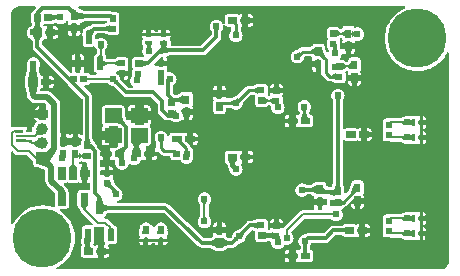
<source format=gbl>
G04 Layer: BottomLayer*
G04 EasyEDA v6.4.20.6, 2021-08-10T23:17:12+08:00*
G04 038dca5a8d274e5a88e6f2799ec95489,d221c9f3c2774e99b69775551637dae4,10*
G04 Gerber Generator version 0.2*
G04 Scale: 100 percent, Rotated: No, Reflected: No *
G04 Dimensions in millimeters *
G04 leading zeros omitted , absolute positions ,4 integer and 5 decimal *
%FSLAX45Y45*%
%MOMM*%

%ADD10C,0.2540*%
%ADD11C,0.3000*%
%ADD12C,0.2000*%
%ADD13C,0.5000*%
%ADD17C,0.6096*%
%ADD18C,0.6100*%
%ADD27C,1.0000*%
%ADD28R,1.0000X1.0000*%
%ADD29C,5.0000*%
%ADD30R,0.5850X0.2240*%
%ADD31R,0.5400X0.5657*%
%ADD40R,0.5400X0.7901*%

%LPD*%
G36*
X698804Y1674215D02*
G01*
X695452Y1674774D01*
X692454Y1676400D01*
X690219Y1678939D01*
X688644Y1681429D01*
X684580Y1685493D01*
X679653Y1688592D01*
X674217Y1690471D01*
X667918Y1691182D01*
X649528Y1691182D01*
X645718Y1691944D01*
X642467Y1694078D01*
X640232Y1697278D01*
X639368Y1701038D01*
X639978Y1704898D01*
X642620Y1711960D01*
X643331Y1718157D01*
X643331Y1737207D01*
X610463Y1737207D01*
X610463Y1699209D01*
X609600Y1695145D01*
X607212Y1691741D01*
X603656Y1689607D01*
X600252Y1688439D01*
X596900Y1687880D01*
X593547Y1688439D01*
X587705Y1690471D01*
X580237Y1691284D01*
X576681Y1692300D01*
X573735Y1694586D01*
X571804Y1697736D01*
X571144Y1701342D01*
X571144Y1737207D01*
X538276Y1737207D01*
X538276Y1718157D01*
X538988Y1711960D01*
X541578Y1704898D01*
X542239Y1701038D01*
X541375Y1697278D01*
X539140Y1694078D01*
X535889Y1691944D01*
X532079Y1691182D01*
X529844Y1691182D01*
X525983Y1691995D01*
X522681Y1694180D01*
X294081Y1922780D01*
X291896Y1926082D01*
X291084Y1929942D01*
X291084Y1951278D01*
X292150Y1955850D01*
X301650Y1974748D01*
X303834Y1977643D01*
X306882Y1979625D01*
X310438Y1980387D01*
X320395Y1979066D01*
X333197Y1979066D01*
X333197Y2012137D01*
X325882Y2012137D01*
X321970Y2012899D01*
X318668Y2015134D01*
X316484Y2018436D01*
X315722Y2022297D01*
X315722Y2041702D01*
X316484Y2045563D01*
X318668Y2048865D01*
X321970Y2051100D01*
X325882Y2051862D01*
X333197Y2051862D01*
X333197Y2084882D01*
X320395Y2084882D01*
X310032Y2083460D01*
X306476Y2084222D01*
X303428Y2086152D01*
X301244Y2088997D01*
X300075Y2091283D01*
X298958Y2095296D01*
X299516Y2099360D01*
X301701Y2102866D01*
X305054Y2105253D01*
X309118Y2106066D01*
X363016Y2106066D01*
X370992Y2107133D01*
X401015Y2115159D01*
X404114Y2115464D01*
X407162Y2114854D01*
X411226Y2113381D01*
X416306Y2110181D01*
X425246Y2106066D01*
X434695Y2103526D01*
X444500Y2102662D01*
X454304Y2103526D01*
X463753Y2106066D01*
X472693Y2110181D01*
X480720Y2115820D01*
X487680Y2122779D01*
X490626Y2127046D01*
X493928Y2130044D01*
X498144Y2131314D01*
X502513Y2130704D01*
X506222Y2128316D01*
X508660Y2124252D01*
X509219Y2120900D01*
X508660Y2117547D01*
X506628Y2111654D01*
X505917Y2105304D01*
X505917Y2092502D01*
X538937Y2092502D01*
X538937Y2099818D01*
X539699Y2103729D01*
X541934Y2107031D01*
X545236Y2109216D01*
X549097Y2109978D01*
X568502Y2109978D01*
X572363Y2109216D01*
X575665Y2107031D01*
X577900Y2103729D01*
X578662Y2099818D01*
X578662Y2092502D01*
X611682Y2092502D01*
X611682Y2106320D01*
X612597Y2110638D01*
X615289Y2114143D01*
X619201Y2116175D01*
X628853Y2118766D01*
X637794Y2122881D01*
X642874Y2126081D01*
X653999Y2130145D01*
X657504Y2130806D01*
X826211Y2130806D01*
X829868Y2130145D01*
X832967Y2128215D01*
X835253Y2125319D01*
X836371Y2121408D01*
X836117Y2117852D01*
X834745Y2114651D01*
X832307Y2112060D01*
X829157Y2110536D01*
X815035Y2106320D01*
X812139Y2105914D01*
X732028Y2105914D01*
X723544Y2105101D01*
X715873Y2102764D01*
X708812Y2099005D01*
X702259Y2093569D01*
X693521Y2084882D01*
X690270Y2082698D01*
X649884Y2065782D01*
X642772Y2061514D01*
X638810Y2057501D01*
X635812Y2052574D01*
X633933Y2047036D01*
X632968Y2038959D01*
X631698Y2034235D01*
X629818Y2030526D01*
X626618Y2027885D01*
X622655Y2026716D01*
X618540Y2027275D01*
X614984Y2029409D01*
X612546Y2032812D01*
X611733Y2036876D01*
X611733Y2040280D01*
X578662Y2040280D01*
X578662Y2000961D01*
X585216Y2000961D01*
X591566Y2001672D01*
X597001Y2003602D01*
X601929Y2006701D01*
X605993Y2010765D01*
X609092Y2015693D01*
X610057Y2018385D01*
X612038Y2021789D01*
X615137Y2024125D01*
X618896Y2025192D01*
X622808Y2024684D01*
X626211Y2022754D01*
X628650Y2019706D01*
X629767Y2015947D01*
X630326Y2009495D01*
X632968Y1999691D01*
X633272Y1997049D01*
X633272Y1938426D01*
X633984Y1932076D01*
X635914Y1926640D01*
X639013Y1921713D01*
X643077Y1917649D01*
X648004Y1914550D01*
X653440Y1912670D01*
X659790Y1911959D01*
X711809Y1911959D01*
X718159Y1912670D01*
X722884Y1914296D01*
X726541Y1914855D01*
X730199Y1914093D01*
X733298Y1912010D01*
X735431Y1909013D01*
X738581Y1902206D01*
X742492Y1896618D01*
X750011Y1884121D01*
X751128Y1881581D01*
X751484Y1878888D01*
X751484Y1859889D01*
X750417Y1855317D01*
X747318Y1849069D01*
X745744Y1846834D01*
X743610Y1845056D01*
X738073Y1841550D01*
X734009Y1837486D01*
X730910Y1832559D01*
X728980Y1827123D01*
X728268Y1820773D01*
X728268Y1718157D01*
X728980Y1711858D01*
X730910Y1706372D01*
X734009Y1701495D01*
X738073Y1697380D01*
X743000Y1694332D01*
X747471Y1691893D01*
X749858Y1688642D01*
X750824Y1684680D01*
X750112Y1680718D01*
X747979Y1677314D01*
X744626Y1675028D01*
X740664Y1674215D01*
G37*

%LPC*%
G36*
X385419Y1979066D02*
G01*
X398221Y1979066D01*
X404571Y1979828D01*
X410006Y1981707D01*
X414934Y1984806D01*
X418998Y1988870D01*
X422097Y1993798D01*
X424027Y1999234D01*
X424738Y2005584D01*
X424738Y2012137D01*
X385419Y2012137D01*
G37*
G36*
X610463Y1801774D02*
G01*
X643331Y1801774D01*
X643331Y1820773D01*
X642620Y1827123D01*
X640689Y1832559D01*
X637590Y1837486D01*
X633526Y1841550D01*
X628599Y1844649D01*
X623163Y1846529D01*
X616813Y1847240D01*
X610463Y1847240D01*
G37*
G36*
X385419Y2051862D02*
G01*
X424738Y2051862D01*
X424738Y2058416D01*
X424027Y2064766D01*
X422097Y2070201D01*
X418998Y2075129D01*
X414934Y2079193D01*
X410006Y2082292D01*
X404571Y2084171D01*
X398221Y2084882D01*
X385419Y2084882D01*
G37*
G36*
X538276Y1801774D02*
G01*
X571144Y1801774D01*
X571144Y1847240D01*
X564794Y1847240D01*
X558444Y1846529D01*
X553008Y1844649D01*
X548081Y1841550D01*
X544017Y1837486D01*
X540918Y1832559D01*
X538988Y1827123D01*
X538276Y1820773D01*
G37*
G36*
X532384Y2000961D02*
G01*
X538937Y2000961D01*
X538937Y2040280D01*
X505917Y2040280D01*
X505917Y2027478D01*
X506628Y2021128D01*
X508508Y2015693D01*
X511606Y2010765D01*
X515670Y2006701D01*
X520598Y2003602D01*
X526034Y2001672D01*
G37*

%LPD*%
G36*
X460197Y1065022D02*
G01*
X456336Y1065784D01*
X453034Y1067968D01*
X450799Y1071270D01*
X450037Y1075182D01*
X450037Y1083665D01*
X447141Y1085900D01*
X445262Y1089050D01*
X444601Y1092657D01*
X444601Y1124559D01*
X445262Y1128166D01*
X447141Y1131265D01*
X450037Y1133551D01*
X450037Y1175156D01*
X447141Y1177442D01*
X445262Y1180592D01*
X444601Y1184198D01*
X444601Y1422196D01*
X444398Y1426819D01*
X443839Y1431239D01*
X442874Y1435557D01*
X441553Y1439824D01*
X439826Y1443888D01*
X437794Y1447850D01*
X435406Y1451610D01*
X432714Y1455115D01*
X429564Y1458569D01*
X366369Y1521764D01*
X362915Y1524914D01*
X359410Y1527606D01*
X355650Y1529994D01*
X351688Y1532026D01*
X347624Y1533753D01*
X343357Y1535074D01*
X339039Y1536039D01*
X334619Y1536598D01*
X329996Y1536801D01*
X280924Y1536801D01*
X277266Y1537512D01*
X274066Y1539443D01*
X271830Y1542389D01*
X270814Y1545996D01*
X271119Y1549704D01*
X271932Y1552549D01*
X273964Y1556410D01*
X277418Y1559052D01*
X281686Y1559966D01*
X295097Y1559966D01*
X295097Y1593037D01*
X287782Y1593037D01*
X283870Y1593799D01*
X280568Y1596034D01*
X278384Y1599336D01*
X277622Y1603197D01*
X277622Y1622602D01*
X278384Y1626463D01*
X280568Y1629765D01*
X283870Y1632000D01*
X287782Y1632762D01*
X295097Y1632762D01*
X295097Y1665782D01*
X282956Y1665782D01*
X279400Y1666443D01*
X276301Y1668272D01*
X274015Y1671116D01*
X272897Y1674520D01*
X266801Y1717497D01*
X266801Y1739392D01*
X267766Y1743710D01*
X268833Y1746046D01*
X271373Y1755495D01*
X272237Y1765300D01*
X271373Y1775104D01*
X268833Y1784553D01*
X264718Y1793493D01*
X259079Y1801520D01*
X252120Y1808480D01*
X244094Y1814118D01*
X235153Y1818233D01*
X225704Y1820773D01*
X215900Y1821637D01*
X206095Y1820773D01*
X196646Y1818233D01*
X187706Y1814118D01*
X179679Y1808480D01*
X172720Y1801520D01*
X167081Y1793493D01*
X162966Y1784553D01*
X160426Y1775104D01*
X159562Y1765300D01*
X160426Y1755495D01*
X162966Y1746046D01*
X164033Y1743710D01*
X164998Y1739392D01*
X164998Y1719224D01*
X164693Y1716836D01*
X147675Y1646580D01*
X146761Y1639316D01*
X146761Y1586382D01*
X147370Y1580489D01*
X160985Y1509877D01*
X161391Y1497990D01*
X161950Y1493570D01*
X162915Y1489252D01*
X164236Y1484985D01*
X165963Y1480921D01*
X167995Y1476959D01*
X170383Y1473200D01*
X173075Y1469694D01*
X176225Y1466240D01*
X192430Y1450035D01*
X195884Y1446885D01*
X199390Y1444193D01*
X203149Y1441805D01*
X207111Y1439773D01*
X211175Y1438046D01*
X215442Y1436725D01*
X219760Y1435760D01*
X224180Y1435201D01*
X228803Y1434998D01*
X304901Y1434998D01*
X308813Y1434236D01*
X312064Y1432001D01*
X320497Y1423619D01*
X322681Y1420317D01*
X323443Y1416456D01*
X323443Y1373581D01*
X332638Y1373581D01*
X336499Y1372768D01*
X339801Y1370584D01*
X342036Y1367282D01*
X342798Y1363421D01*
X342798Y1321003D01*
X342036Y1317142D01*
X339801Y1313840D01*
X336499Y1311656D01*
X332638Y1310843D01*
X323443Y1310843D01*
X323443Y1300480D01*
X322478Y1296162D01*
X319735Y1292656D01*
X315772Y1290675D01*
X311353Y1290523D01*
X300786Y1292555D01*
X289204Y1293012D01*
X277672Y1291691D01*
X273608Y1290574D01*
X269900Y1290269D01*
X266344Y1291285D01*
X263398Y1293571D01*
X261416Y1296720D01*
X260756Y1300378D01*
X260756Y1310843D01*
X223164Y1310843D01*
X224078Y1308557D01*
X230022Y1298549D01*
X237439Y1289608D01*
X240029Y1287272D01*
X242519Y1283868D01*
X243433Y1279702D01*
X242519Y1275537D01*
X240029Y1272133D01*
X237439Y1269796D01*
X230022Y1260856D01*
X224129Y1250848D01*
X219405Y1239215D01*
X217220Y1235862D01*
X213918Y1233576D01*
X210007Y1232814D01*
X202438Y1232814D01*
X202438Y1202944D01*
X201676Y1199083D01*
X199440Y1195781D01*
X196138Y1193596D01*
X192278Y1192784D01*
X170637Y1192784D01*
X166725Y1193596D01*
X163474Y1195781D01*
X161239Y1199083D01*
X160477Y1202944D01*
X160477Y1232814D01*
X152755Y1232814D01*
X146456Y1232103D01*
X143052Y1230884D01*
X139700Y1230325D01*
X136347Y1230884D01*
X132943Y1232103D01*
X126644Y1232814D01*
X66598Y1232712D01*
X51155Y1231544D01*
X45313Y1230731D01*
X38811Y1228598D01*
X35001Y1228140D01*
X31343Y1229055D01*
X28244Y1231290D01*
X26212Y1234490D01*
X25501Y1238250D01*
X25501Y2178761D01*
X26466Y2191258D01*
X28803Y2201519D01*
X32613Y2211374D01*
X37744Y2220620D01*
X44145Y2229002D01*
X51714Y2236368D01*
X60198Y2242616D01*
X69545Y2247595D01*
X79451Y2251202D01*
X89763Y2253335D01*
X100838Y2254097D01*
X228600Y2254097D01*
X232511Y2253335D01*
X235813Y2251100D01*
X237998Y2247798D01*
X238760Y2243937D01*
X237998Y2240026D01*
X235813Y2236724D01*
X220319Y2221280D01*
X212750Y2212035D01*
X210312Y2209901D01*
X204419Y2206193D01*
X200355Y2202129D01*
X197256Y2197201D01*
X195326Y2191766D01*
X194614Y2185416D01*
X194614Y2132584D01*
X195376Y2125878D01*
X202285Y2103577D01*
X202742Y2099767D01*
X201726Y2096058D01*
X197815Y2087981D01*
X195783Y2085187D01*
X192989Y2083257D01*
X187706Y2080818D01*
X179679Y2075180D01*
X172720Y2068220D01*
X167081Y2060193D01*
X162966Y2051253D01*
X160426Y2041804D01*
X159562Y2032000D01*
X160426Y2022195D01*
X162966Y2012746D01*
X167081Y2003806D01*
X172720Y1995779D01*
X179679Y1988820D01*
X187706Y1983181D01*
X193649Y1980438D01*
X196443Y1978507D01*
X198424Y1975764D01*
X208229Y1956257D01*
X209296Y1951685D01*
X209296Y1909318D01*
X210108Y1900834D01*
X212445Y1893163D01*
X216204Y1886102D01*
X221640Y1879549D01*
X502920Y1598218D01*
X505155Y1595170D01*
X509219Y1591106D01*
X512267Y1588871D01*
X629208Y1471930D01*
X631444Y1468628D01*
X632206Y1464767D01*
X632206Y1175258D01*
X631444Y1171397D01*
X629208Y1168095D01*
X625906Y1165860D01*
X622046Y1165098D01*
X618134Y1165860D01*
X609701Y1171397D01*
X604266Y1173327D01*
X597916Y1174038D01*
X591362Y1174038D01*
X591362Y1134719D01*
X615238Y1134719D01*
X618896Y1134059D01*
X622046Y1132128D01*
X624281Y1129182D01*
X625348Y1125626D01*
X625094Y1121918D01*
X620928Y1106424D01*
X620217Y1099718D01*
X620217Y1092657D01*
X619404Y1088796D01*
X617220Y1085494D01*
X613918Y1083259D01*
X610057Y1082497D01*
X591362Y1082497D01*
X591362Y1075182D01*
X590600Y1071270D01*
X588365Y1067968D01*
X585063Y1065784D01*
X581202Y1065022D01*
X561797Y1065022D01*
X557936Y1065784D01*
X554634Y1067968D01*
X552399Y1071270D01*
X551637Y1075182D01*
X551637Y1082497D01*
X489762Y1082497D01*
X489762Y1075182D01*
X489000Y1071270D01*
X486765Y1067968D01*
X483463Y1065784D01*
X479602Y1065022D01*
G37*

%LPC*%
G36*
X347319Y1559966D02*
G01*
X360121Y1559966D01*
X366471Y1560728D01*
X371906Y1562608D01*
X376834Y1565706D01*
X380898Y1569770D01*
X383997Y1574698D01*
X385927Y1580134D01*
X386638Y1586484D01*
X386638Y1593037D01*
X347319Y1593037D01*
G37*
G36*
X489762Y1134719D02*
G01*
X551637Y1134719D01*
X551637Y1174038D01*
X545084Y1174038D01*
X538734Y1173327D01*
X533298Y1171397D01*
X524611Y1165606D01*
X520700Y1164844D01*
X516788Y1165606D01*
X513029Y1168298D01*
X508101Y1171397D01*
X502666Y1173327D01*
X496316Y1174038D01*
X489762Y1174038D01*
G37*
G36*
X347319Y1632762D02*
G01*
X386638Y1632762D01*
X386638Y1639316D01*
X385927Y1645666D01*
X383997Y1651101D01*
X380898Y1656029D01*
X376834Y1660093D01*
X371906Y1663192D01*
X366471Y1665071D01*
X360121Y1665782D01*
X347319Y1665782D01*
G37*
G36*
X223164Y1373581D02*
G01*
X260756Y1373581D01*
X260756Y1411071D01*
X255828Y1408887D01*
X246125Y1402537D01*
X237439Y1394815D01*
X230022Y1385874D01*
X224078Y1375867D01*
G37*

%LPD*%
G36*
X37592Y408889D02*
G01*
X33121Y408990D01*
X29209Y411022D01*
X26466Y414528D01*
X25501Y418846D01*
X25501Y1016762D01*
X26263Y1020673D01*
X28498Y1023975D01*
X31800Y1026160D01*
X35661Y1026921D01*
X39573Y1026160D01*
X42824Y1023975D01*
X63144Y1003706D01*
X69392Y998626D01*
X76047Y995222D01*
X83413Y993241D01*
X89306Y992784D01*
X158699Y992784D01*
X162610Y992022D01*
X165912Y989837D01*
X213207Y942492D01*
X215442Y939190D01*
X216204Y935329D01*
X216204Y917752D01*
X216916Y911453D01*
X218795Y906018D01*
X221894Y901090D01*
X226009Y897026D01*
X230886Y893927D01*
X236372Y891997D01*
X242671Y891286D01*
X247853Y891286D01*
X251104Y890778D01*
X310438Y870966D01*
X314045Y868883D01*
X316534Y865479D01*
X317398Y861364D01*
X317398Y774903D01*
X317601Y770280D01*
X318160Y765860D01*
X319125Y761542D01*
X320446Y757275D01*
X322173Y753211D01*
X324205Y749249D01*
X326593Y745490D01*
X329285Y741984D01*
X332435Y738530D01*
X395833Y675182D01*
X398018Y671880D01*
X398780Y668020D01*
X398780Y565759D01*
X399186Y562102D01*
X398830Y557987D01*
X396849Y554380D01*
X393598Y551840D01*
X389636Y550824D01*
X385572Y551434D01*
X377342Y554482D01*
X355092Y560730D01*
X332384Y565048D01*
X309422Y567436D01*
X286308Y567944D01*
X263245Y566470D01*
X240385Y563118D01*
X217881Y557834D01*
X195935Y550672D01*
X174650Y541731D01*
X154127Y531012D01*
X134620Y518668D01*
X116230Y504698D01*
X99060Y489204D01*
X83261Y472389D01*
X68884Y454253D01*
X56134Y435051D01*
X44551Y413969D01*
X41656Y410616D01*
G37*

%LPD*%
G36*
X419303Y25908D02*
G01*
X415442Y26670D01*
X412191Y28803D01*
X409956Y32004D01*
X409143Y35814D01*
X409752Y39624D01*
X411835Y42976D01*
X414934Y45262D01*
X419912Y47599D01*
X439928Y59131D01*
X458927Y72339D01*
X476707Y87071D01*
X493217Y103225D01*
X508304Y120700D01*
X521919Y139395D01*
X533857Y159207D01*
X544169Y179882D01*
X552653Y201371D01*
X559308Y223469D01*
X564134Y246075D01*
X567029Y269036D01*
X567994Y292100D01*
X567029Y315163D01*
X564134Y338124D01*
X559308Y360730D01*
X552653Y382828D01*
X544169Y404317D01*
X533857Y424992D01*
X521919Y444804D01*
X508304Y463448D01*
X493217Y480974D01*
X476707Y497128D01*
X458927Y511860D01*
X446024Y520801D01*
X443128Y523900D01*
X441756Y527964D01*
X442163Y532180D01*
X444246Y535889D01*
X447700Y538429D01*
X451866Y539292D01*
X489153Y539292D01*
X495452Y540004D01*
X500938Y541934D01*
X505815Y544982D01*
X509930Y549097D01*
X512978Y553974D01*
X514908Y559460D01*
X515620Y565759D01*
X515620Y670661D01*
X514908Y676960D01*
X512826Y682853D01*
X508304Y691794D01*
X507441Y694182D01*
X506374Y698957D01*
X505053Y703224D01*
X503326Y707288D01*
X501294Y711250D01*
X498906Y715010D01*
X496214Y718515D01*
X493064Y721969D01*
X473049Y741934D01*
X470865Y745236D01*
X470052Y749147D01*
X470865Y753008D01*
X473049Y756310D01*
X476351Y758494D01*
X480212Y759307D01*
X489153Y759307D01*
X495452Y760018D01*
X501345Y762050D01*
X504698Y762660D01*
X508050Y762050D01*
X513943Y760018D01*
X520242Y759307D01*
X584149Y759307D01*
X590448Y760018D01*
X596341Y762050D01*
X599694Y762660D01*
X603046Y762050D01*
X608939Y760018D01*
X615238Y759307D01*
X624586Y759307D01*
X624586Y805332D01*
X620776Y805332D01*
X616864Y806145D01*
X613562Y808329D01*
X611378Y811631D01*
X610616Y815492D01*
X610616Y860907D01*
X611378Y864768D01*
X613562Y868070D01*
X616864Y870254D01*
X620776Y871067D01*
X624586Y871067D01*
X624586Y917092D01*
X615238Y917092D01*
X609650Y917295D01*
X606094Y919124D01*
X603554Y922223D01*
X602386Y926084D01*
X602843Y930046D01*
X604774Y933602D01*
X607923Y936091D01*
X616508Y940460D01*
X620623Y941578D01*
X624789Y940917D01*
X628345Y938580D01*
X631698Y935888D01*
X634288Y933297D01*
X638098Y932738D01*
X640334Y931926D01*
X646684Y931214D01*
X659638Y931214D01*
X663498Y930452D01*
X666800Y928268D01*
X669036Y924966D01*
X669798Y921054D01*
X669798Y871067D01*
X685546Y871067D01*
X689406Y870254D01*
X692708Y868070D01*
X694944Y864768D01*
X695706Y860907D01*
X695706Y815492D01*
X694944Y811631D01*
X692708Y808329D01*
X689406Y806145D01*
X685546Y805332D01*
X669798Y805332D01*
X669798Y759307D01*
X679145Y759307D01*
X684377Y759866D01*
X688594Y759460D01*
X692302Y757377D01*
X694791Y753922D01*
X695706Y749808D01*
X695706Y706628D01*
X694791Y702462D01*
X692302Y699058D01*
X688594Y696925D01*
X684377Y696518D01*
X679145Y697128D01*
X615238Y697128D01*
X608939Y696417D01*
X603453Y694486D01*
X598576Y691438D01*
X594461Y687324D01*
X591413Y682447D01*
X589483Y676960D01*
X588772Y670661D01*
X588772Y565759D01*
X589483Y559460D01*
X591413Y553974D01*
X594461Y549097D01*
X598576Y544982D01*
X603707Y541782D01*
X605790Y540054D01*
X607364Y537768D01*
X611632Y529336D01*
X615035Y518617D01*
X618896Y512013D01*
X622604Y507746D01*
X715467Y414832D01*
X717753Y411378D01*
X718464Y407263D01*
X717448Y403250D01*
X714908Y399948D01*
X711301Y397967D01*
X705713Y397713D01*
X653694Y397713D01*
X647344Y397002D01*
X641908Y395122D01*
X636981Y392023D01*
X632917Y387908D01*
X629818Y383032D01*
X627888Y377545D01*
X627176Y371246D01*
X627176Y302209D01*
X626719Y299161D01*
X624281Y294894D01*
X620166Y285953D01*
X617626Y276504D01*
X616762Y266700D01*
X617626Y256895D01*
X620166Y247446D01*
X625703Y235356D01*
X626008Y231902D01*
X625094Y228549D01*
X619353Y216255D01*
X617372Y210566D01*
X616661Y204216D01*
X616661Y151384D01*
X617372Y145034D01*
X619302Y139598D01*
X622401Y134670D01*
X626465Y130606D01*
X631393Y127508D01*
X636828Y125628D01*
X643178Y124866D01*
X721004Y124866D01*
X727354Y125628D01*
X733247Y127660D01*
X736600Y128219D01*
X739952Y127660D01*
X745845Y125628D01*
X752195Y124866D01*
X764997Y124866D01*
X764997Y157937D01*
X757682Y157937D01*
X753770Y158699D01*
X750468Y160934D01*
X748284Y164236D01*
X747522Y168097D01*
X747522Y187502D01*
X748284Y191363D01*
X750468Y194665D01*
X753770Y196900D01*
X757682Y197662D01*
X764997Y197662D01*
X764997Y230682D01*
X752195Y230682D01*
X745845Y229971D01*
X739952Y227939D01*
X736600Y227380D01*
X733247Y227939D01*
X729843Y229108D01*
X726236Y231292D01*
X723849Y234746D01*
X723036Y238912D01*
X724001Y243027D01*
X726948Y249174D01*
X729538Y253492D01*
X731520Y259079D01*
X732231Y265379D01*
X732231Y371246D01*
X731570Y376885D01*
X732028Y381203D01*
X734212Y384962D01*
X737819Y387451D01*
X742086Y388213D01*
X746302Y387096D01*
X749147Y385622D01*
X756513Y383641D01*
X762406Y383184D01*
X806399Y383184D01*
X810056Y382524D01*
X813257Y380542D01*
X816102Y376377D01*
X816914Y374142D01*
X817168Y371805D01*
X817168Y265379D01*
X817880Y259079D01*
X819810Y253593D01*
X825703Y244906D01*
X826516Y241147D01*
X825906Y237388D01*
X823925Y234086D01*
X820877Y231800D01*
X817219Y230733D01*
X817219Y197662D01*
X856538Y197662D01*
X856538Y204216D01*
X855827Y210566D01*
X853897Y216001D01*
X847953Y224840D01*
X847191Y228752D01*
X847953Y232613D01*
X850188Y235915D01*
X853440Y238150D01*
X857351Y238912D01*
X895705Y238912D01*
X902055Y239623D01*
X907491Y241503D01*
X912418Y244602D01*
X916482Y248716D01*
X919581Y253593D01*
X921512Y259079D01*
X922223Y265379D01*
X922223Y371246D01*
X921512Y377545D01*
X919581Y383032D01*
X916482Y387908D01*
X912418Y392023D01*
X907491Y395122D01*
X897280Y398627D01*
X895096Y400304D01*
X851255Y444093D01*
X845007Y449173D01*
X838352Y452577D01*
X830986Y454558D01*
X824585Y455015D01*
X820877Y456031D01*
X817778Y458368D01*
X815797Y461619D01*
X815187Y465429D01*
X816000Y469188D01*
X818134Y472338D01*
X821486Y475691D01*
X824585Y480618D01*
X827430Y489610D01*
X829360Y492353D01*
X832053Y494334D01*
X850290Y503478D01*
X854862Y504545D01*
X1312976Y505155D01*
X1316786Y504443D01*
X1320038Y502361D01*
X1609699Y224739D01*
X1615135Y220370D01*
X1622653Y216204D01*
X1630629Y212801D01*
X1638706Y210210D01*
X1647698Y209296D01*
X1710182Y209296D01*
X1714754Y208229D01*
X1743710Y193700D01*
X1747570Y190601D01*
X1752498Y187502D01*
X1757934Y185572D01*
X1764284Y184861D01*
X1817116Y184861D01*
X1823466Y185572D01*
X1828901Y187502D01*
X1833829Y190601D01*
X1837893Y193903D01*
X1866442Y208229D01*
X1871014Y209296D01*
X1900682Y209296D01*
X1909165Y210108D01*
X1916836Y212445D01*
X1923897Y216204D01*
X1930450Y221640D01*
X1950821Y241960D01*
X1953768Y244043D01*
X1963877Y248716D01*
X1975053Y251866D01*
X1983993Y255981D01*
X1992020Y261620D01*
X1998980Y268579D01*
X2004618Y276606D01*
X2008733Y285546D01*
X2011883Y296722D01*
X2016556Y306832D01*
X2018639Y309778D01*
X2063394Y354533D01*
X2066391Y356616D01*
X2069896Y357530D01*
X2073452Y357124D01*
X2086457Y353263D01*
X2089607Y351739D01*
X2092045Y349148D01*
X2093417Y345948D01*
X2093671Y342392D01*
X2093417Y340055D01*
X2093417Y284581D01*
X2094128Y278282D01*
X2096007Y272846D01*
X2099106Y267919D01*
X2103170Y263855D01*
X2108098Y260756D01*
X2113534Y258825D01*
X2119884Y258114D01*
X2172716Y258114D01*
X2179472Y258876D01*
X2206904Y266954D01*
X2209800Y267360D01*
X2212695Y266954D01*
X2222347Y264109D01*
X2225954Y262178D01*
X2228494Y259079D01*
X2229612Y255168D01*
X2230526Y244195D01*
X2233066Y234746D01*
X2237181Y225806D01*
X2242820Y217779D01*
X2249779Y210820D01*
X2257806Y205181D01*
X2266746Y201066D01*
X2276195Y198526D01*
X2286000Y197662D01*
X2295804Y198526D01*
X2305253Y201066D01*
X2314194Y205181D01*
X2322220Y210820D01*
X2329180Y217779D01*
X2334818Y225806D01*
X2337612Y231902D01*
X2339644Y234746D01*
X2342540Y236778D01*
X2345944Y237693D01*
X2349449Y237388D01*
X2352395Y236626D01*
X2362200Y235762D01*
X2372004Y236626D01*
X2381453Y239166D01*
X2390394Y243281D01*
X2398420Y248920D01*
X2405380Y255879D01*
X2411018Y263906D01*
X2415133Y272846D01*
X2417673Y282295D01*
X2418537Y292100D01*
X2417673Y301904D01*
X2415133Y311353D01*
X2411018Y320294D01*
X2405380Y328320D01*
X2402738Y330962D01*
X2400503Y334264D01*
X2399741Y338175D01*
X2400503Y342036D01*
X2402738Y345338D01*
X2509774Y452374D01*
X2513025Y454558D01*
X2516936Y455371D01*
X2731414Y455371D01*
X2735326Y454558D01*
X2738628Y452374D01*
X2742895Y448106D01*
X2750921Y442468D01*
X2759862Y438302D01*
X2769311Y435762D01*
X2779115Y434898D01*
X2788920Y435762D01*
X2798368Y438302D01*
X2807309Y442468D01*
X2815336Y448106D01*
X2822295Y455015D01*
X2827934Y463092D01*
X2832049Y471982D01*
X2834589Y481482D01*
X2835452Y491235D01*
X2834589Y501040D01*
X2832049Y510540D01*
X2827934Y519430D01*
X2824784Y523900D01*
X2823260Y527253D01*
X2823057Y531012D01*
X2824175Y534568D01*
X2826562Y537464D01*
X2829763Y539292D01*
X2832201Y540156D01*
X2837332Y543407D01*
X2839974Y545795D01*
X2848051Y554228D01*
X2850591Y556158D01*
X2857347Y559765D01*
X2863545Y564896D01*
X2888843Y590143D01*
X2892145Y592378D01*
X2893364Y592582D01*
X2893618Y593852D01*
X2895803Y597154D01*
X2926130Y627430D01*
X2928721Y629666D01*
X2931769Y631393D01*
X2935224Y632002D01*
X2939237Y632002D01*
X2939237Y633628D01*
X2940202Y637946D01*
X2942945Y641451D01*
X2949803Y647141D01*
X2952851Y648868D01*
X2956306Y649478D01*
X2968802Y649478D01*
X2972663Y648716D01*
X2975965Y646531D01*
X2978200Y643229D01*
X2978962Y639318D01*
X2978962Y632002D01*
X3011982Y632002D01*
X3011982Y644804D01*
X3011271Y651154D01*
X3009239Y657047D01*
X3008680Y660400D01*
X3009239Y663752D01*
X3011271Y669645D01*
X3011982Y675995D01*
X3011982Y753821D01*
X3011271Y760171D01*
X3009392Y765606D01*
X3006293Y770534D01*
X3002229Y774598D01*
X2997301Y777697D01*
X2991866Y779627D01*
X2985516Y780338D01*
X2932684Y780338D01*
X2926334Y779627D01*
X2920898Y777697D01*
X2915970Y774598D01*
X2911906Y770534D01*
X2908808Y765606D01*
X2906928Y760171D01*
X2906217Y753821D01*
X2906217Y745896D01*
X2905252Y741629D01*
X2883408Y694791D01*
X2881426Y691896D01*
X2864256Y674776D01*
X2860954Y672541D01*
X2857093Y671779D01*
X2853182Y672541D01*
X2849880Y674776D01*
X2847695Y678078D01*
X2846882Y681939D01*
X2846882Y705916D01*
X2845866Y713892D01*
X2835249Y753668D01*
X2834894Y756310D01*
X2834894Y1111656D01*
X2835808Y1115872D01*
X2838399Y1119327D01*
X2842158Y1121359D01*
X2846425Y1121714D01*
X2850489Y1120241D01*
X2853893Y1118108D01*
X2859328Y1116228D01*
X2865678Y1115466D01*
X2900222Y1115466D01*
X2902864Y1115161D01*
X2911195Y1112926D01*
X2921000Y1112062D01*
X2930804Y1112926D01*
X2939135Y1115161D01*
X2949854Y1116228D01*
X2955747Y1118260D01*
X2959100Y1118819D01*
X2962452Y1118260D01*
X2968345Y1116228D01*
X2974695Y1115466D01*
X2987497Y1115466D01*
X2987497Y1148537D01*
X2982620Y1149400D01*
X2979216Y1151839D01*
X2977083Y1155446D01*
X2976575Y1159611D01*
X2977337Y1168400D01*
X2976575Y1177188D01*
X2977083Y1181354D01*
X2979216Y1184960D01*
X2982620Y1187399D01*
X2987497Y1188262D01*
X2987497Y1221282D01*
X2974695Y1221282D01*
X2968345Y1220571D01*
X2962452Y1218539D01*
X2959100Y1217980D01*
X2955747Y1218539D01*
X2949854Y1220571D01*
X2939135Y1221638D01*
X2930804Y1223873D01*
X2921000Y1224737D01*
X2911195Y1223873D01*
X2902864Y1221638D01*
X2900222Y1221282D01*
X2865678Y1221282D01*
X2859328Y1220571D01*
X2853893Y1218692D01*
X2850489Y1216558D01*
X2846425Y1215085D01*
X2842158Y1215440D01*
X2838399Y1217472D01*
X2835808Y1220927D01*
X2834894Y1225143D01*
X2834894Y1450695D01*
X2835554Y1454200D01*
X2839618Y1465326D01*
X2842818Y1470406D01*
X2846933Y1479346D01*
X2849473Y1488795D01*
X2850337Y1498600D01*
X2849473Y1508404D01*
X2846933Y1517853D01*
X2842818Y1526794D01*
X2837180Y1534820D01*
X2830220Y1541780D01*
X2822194Y1547418D01*
X2813253Y1551533D01*
X2803804Y1554073D01*
X2794000Y1554937D01*
X2784195Y1554073D01*
X2774746Y1551533D01*
X2765806Y1547418D01*
X2757779Y1541780D01*
X2750820Y1534820D01*
X2745181Y1526794D01*
X2741066Y1517853D01*
X2738526Y1508404D01*
X2737662Y1498600D01*
X2738526Y1488795D01*
X2741066Y1479346D01*
X2745181Y1470406D01*
X2748381Y1465326D01*
X2752445Y1454200D01*
X2753106Y1450695D01*
X2753106Y756310D01*
X2752750Y753668D01*
X2747162Y732790D01*
X2745740Y729691D01*
X2743352Y727202D01*
X2740253Y725678D01*
X2723032Y720598D01*
X2719222Y720242D01*
X2715615Y721258D01*
X2700121Y728980D01*
X2697175Y731215D01*
X2695194Y734415D01*
X2694482Y738073D01*
X2694482Y741121D01*
X2693771Y747471D01*
X2691892Y752906D01*
X2688793Y757834D01*
X2684729Y761898D01*
X2679801Y764997D01*
X2674366Y766927D01*
X2668016Y767638D01*
X2615184Y767638D01*
X2608834Y766927D01*
X2603398Y764997D01*
X2598470Y761898D01*
X2594406Y758596D01*
X2565857Y744270D01*
X2561285Y743204D01*
X2533548Y743204D01*
X2530906Y743559D01*
X2517190Y747369D01*
X2508453Y751433D01*
X2499004Y753973D01*
X2489200Y754837D01*
X2479395Y753973D01*
X2469946Y751433D01*
X2461006Y747318D01*
X2452979Y741680D01*
X2446020Y734720D01*
X2440381Y726694D01*
X2436266Y717753D01*
X2433726Y708304D01*
X2432862Y698500D01*
X2433726Y688695D01*
X2436266Y679246D01*
X2440381Y670306D01*
X2446020Y662279D01*
X2452979Y655320D01*
X2461006Y649681D01*
X2469946Y645566D01*
X2479395Y643026D01*
X2489200Y642162D01*
X2499004Y643026D01*
X2508453Y645566D01*
X2517394Y649681D01*
X2527096Y656336D01*
X2535834Y660450D01*
X2540152Y661416D01*
X2560878Y661416D01*
X2565450Y660349D01*
X2584348Y650849D01*
X2587244Y648665D01*
X2589225Y645617D01*
X2589987Y642061D01*
X2588717Y632104D01*
X2588717Y619302D01*
X2621737Y619302D01*
X2621737Y626618D01*
X2622499Y630529D01*
X2624734Y633831D01*
X2628036Y636016D01*
X2631897Y636778D01*
X2651302Y636778D01*
X2655163Y636016D01*
X2658465Y633831D01*
X2660700Y630529D01*
X2661462Y626618D01*
X2661462Y619302D01*
X2694381Y619302D01*
X2698343Y618490D01*
X2701696Y616204D01*
X2703880Y612800D01*
X2704541Y608787D01*
X2700426Y594004D01*
X2699562Y584200D01*
X2700070Y578154D01*
X2699562Y573989D01*
X2697429Y570382D01*
X2694076Y567944D01*
X2689961Y567080D01*
X2661462Y567080D01*
X2661462Y537311D01*
X2660700Y533450D01*
X2658465Y530148D01*
X2655163Y527964D01*
X2651302Y527151D01*
X2631897Y527151D01*
X2628036Y527964D01*
X2624734Y530148D01*
X2622499Y533450D01*
X2621737Y537311D01*
X2621737Y567080D01*
X2588717Y567080D01*
X2588717Y554278D01*
X2589428Y547928D01*
X2592628Y538429D01*
X2592222Y534212D01*
X2590088Y530555D01*
X2586685Y528066D01*
X2582570Y527151D01*
X2498394Y527151D01*
X2490419Y526338D01*
X2483256Y524001D01*
X2476652Y520192D01*
X2472182Y516382D01*
X2337155Y381355D01*
X2333904Y379171D01*
X2329992Y378409D01*
X2293162Y378409D01*
X2293162Y376682D01*
X2292400Y372770D01*
X2290165Y369468D01*
X2286863Y367284D01*
X2283002Y366522D01*
X2263597Y366522D01*
X2259736Y367284D01*
X2256434Y369468D01*
X2254199Y372770D01*
X2253437Y376682D01*
X2253437Y378409D01*
X2220417Y378409D01*
X2220417Y371144D01*
X2220671Y368808D01*
X2220264Y364591D01*
X2218131Y360883D01*
X2214727Y358394D01*
X2210562Y357479D01*
X2209038Y357479D01*
X2204872Y358394D01*
X2201468Y360883D01*
X2199335Y364591D01*
X2198928Y368808D01*
X2199182Y371144D01*
X2199182Y426618D01*
X2198471Y432917D01*
X2196592Y438353D01*
X2193493Y443280D01*
X2189429Y447344D01*
X2184501Y450443D01*
X2179066Y452374D01*
X2172716Y453085D01*
X2119884Y453085D01*
X2113127Y452323D01*
X2071624Y440080D01*
X2068728Y439674D01*
X2050288Y439674D01*
X2041804Y438861D01*
X2034133Y436524D01*
X2027072Y432765D01*
X2020519Y427329D01*
X1960778Y367639D01*
X1957832Y365556D01*
X1947722Y360883D01*
X1936546Y357733D01*
X1927606Y353618D01*
X1919579Y347980D01*
X1912620Y341020D01*
X1906981Y332994D01*
X1902866Y324053D01*
X1899716Y312877D01*
X1895043Y302768D01*
X1892960Y299821D01*
X1887220Y294081D01*
X1883918Y291846D01*
X1880057Y291084D01*
X1871421Y291084D01*
X1866849Y292150D01*
X1847951Y301650D01*
X1845056Y303834D01*
X1843074Y306882D01*
X1842312Y310438D01*
X1843582Y320395D01*
X1843582Y333197D01*
X1810562Y333197D01*
X1810562Y325882D01*
X1809800Y321970D01*
X1807565Y318668D01*
X1804263Y316484D01*
X1800402Y315722D01*
X1780997Y315722D01*
X1777136Y316484D01*
X1773834Y318668D01*
X1771599Y321970D01*
X1770837Y325882D01*
X1770837Y333197D01*
X1737817Y333197D01*
X1737817Y320395D01*
X1739087Y310388D01*
X1738325Y306832D01*
X1736394Y303733D01*
X1733499Y301548D01*
X1714703Y292150D01*
X1710182Y291084D01*
X1662785Y291084D01*
X1659026Y291846D01*
X1655775Y293928D01*
X1362151Y575310D01*
X1356207Y580085D01*
X1349095Y583844D01*
X1341424Y586181D01*
X1332941Y586994D01*
X932535Y586486D01*
X928471Y587298D01*
X925068Y589686D01*
X922934Y593242D01*
X922375Y597357D01*
X923544Y601370D01*
X926185Y604570D01*
X929894Y606450D01*
X933653Y607466D01*
X942594Y611581D01*
X950620Y617220D01*
X957580Y624179D01*
X963218Y632206D01*
X967333Y641146D01*
X969873Y650595D01*
X970737Y660400D01*
X969873Y670204D01*
X967333Y679653D01*
X963218Y688594D01*
X957580Y696620D01*
X950620Y703580D01*
X946200Y706678D01*
X905662Y747268D01*
X904189Y749147D01*
X903224Y751332D01*
X889914Y792429D01*
X888390Y796594D01*
X887780Y799998D01*
X888339Y803452D01*
X890371Y809345D01*
X891133Y815644D01*
X891133Y822909D01*
X858062Y822909D01*
X858062Y821182D01*
X857300Y817270D01*
X855065Y813968D01*
X851763Y811784D01*
X847902Y811022D01*
X828497Y811022D01*
X824636Y811784D01*
X821334Y813968D01*
X819099Y817270D01*
X818337Y821182D01*
X818337Y822909D01*
X787654Y822909D01*
X783793Y823671D01*
X780491Y825855D01*
X778306Y829157D01*
X777494Y833069D01*
X777494Y853694D01*
X778306Y857605D01*
X780491Y860907D01*
X783793Y863092D01*
X787654Y863853D01*
X818337Y863853D01*
X818337Y897585D01*
X811784Y897585D01*
X805434Y896874D01*
X799998Y894943D01*
X791565Y889457D01*
X787654Y888644D01*
X783793Y889457D01*
X780491Y891641D01*
X778306Y894943D01*
X777494Y898804D01*
X777494Y941069D01*
X778408Y945184D01*
X780897Y948639D01*
X784606Y950721D01*
X788822Y951128D01*
X795578Y950366D01*
X808380Y950366D01*
X808380Y983437D01*
X787654Y983437D01*
X783793Y984199D01*
X780491Y986434D01*
X778306Y989736D01*
X777494Y993597D01*
X777494Y1013002D01*
X778306Y1016863D01*
X780491Y1020165D01*
X783793Y1022400D01*
X787654Y1023162D01*
X808380Y1023162D01*
X808380Y1056182D01*
X795578Y1056182D01*
X789228Y1055471D01*
X783793Y1053592D01*
X781456Y1052118D01*
X778052Y1050798D01*
X774446Y1050696D01*
X770991Y1051915D01*
X768197Y1054303D01*
X765149Y1057960D01*
X755904Y1067409D01*
X725017Y1110030D01*
X723392Y1113383D01*
X714349Y1147368D01*
X713994Y1150010D01*
X713994Y1485392D01*
X713181Y1493875D01*
X710844Y1501546D01*
X707085Y1508607D01*
X701649Y1515160D01*
X648817Y1568043D01*
X646582Y1571345D01*
X645820Y1575206D01*
X646582Y1579118D01*
X648817Y1582420D01*
X652119Y1584604D01*
X655980Y1585366D01*
X667918Y1585366D01*
X674217Y1586128D01*
X679653Y1588008D01*
X684580Y1591106D01*
X688644Y1595170D01*
X690219Y1597660D01*
X692454Y1600200D01*
X695452Y1601825D01*
X698804Y1602384D01*
X841298Y1602384D01*
X845210Y1601622D01*
X848512Y1599438D01*
X852779Y1595120D01*
X860806Y1589481D01*
X869746Y1585366D01*
X880922Y1582216D01*
X891032Y1577543D01*
X893978Y1575460D01*
X974039Y1495450D01*
X980592Y1490014D01*
X987653Y1486255D01*
X995324Y1483918D01*
X1003808Y1483106D01*
X1210767Y1483106D01*
X1214628Y1482293D01*
X1217930Y1480108D01*
X1264208Y1433830D01*
X1266444Y1430528D01*
X1267206Y1426667D01*
X1267206Y1372108D01*
X1268018Y1363624D01*
X1270355Y1355953D01*
X1274114Y1348892D01*
X1279550Y1342339D01*
X1321765Y1300124D01*
X1328318Y1294688D01*
X1335379Y1290929D01*
X1343050Y1288592D01*
X1351534Y1287780D01*
X1376172Y1287780D01*
X1379677Y1287119D01*
X1391056Y1282954D01*
X1396136Y1279804D01*
X1405026Y1275638D01*
X1414526Y1273098D01*
X1424330Y1272235D01*
X1434084Y1273098D01*
X1443583Y1275638D01*
X1452473Y1279804D01*
X1460550Y1285443D01*
X1464411Y1289354D01*
X1467561Y1291488D01*
X1471218Y1292301D01*
X1474978Y1291742D01*
X1478534Y1290472D01*
X1484884Y1289761D01*
X1491437Y1289761D01*
X1491437Y1329080D01*
X1486255Y1329791D01*
X1483055Y1331772D01*
X1480820Y1334770D01*
X1477264Y1347876D01*
X1473098Y1356766D01*
X1467104Y1365300D01*
X1465427Y1369364D01*
X1465630Y1373784D01*
X1467662Y1377645D01*
X1471168Y1380337D01*
X1475435Y1381302D01*
X1491437Y1381302D01*
X1491437Y1388618D01*
X1492199Y1392529D01*
X1494434Y1395831D01*
X1497736Y1398016D01*
X1501597Y1398778D01*
X1521002Y1398778D01*
X1524863Y1398016D01*
X1528165Y1395831D01*
X1530400Y1392529D01*
X1531162Y1388618D01*
X1531162Y1381302D01*
X1564182Y1381302D01*
X1564182Y1394104D01*
X1563471Y1400454D01*
X1561439Y1406347D01*
X1560880Y1409700D01*
X1561439Y1413052D01*
X1563471Y1418945D01*
X1564182Y1425295D01*
X1564182Y1503121D01*
X1563471Y1509471D01*
X1561592Y1514906D01*
X1558493Y1519834D01*
X1554429Y1523898D01*
X1549501Y1526997D01*
X1544066Y1528927D01*
X1537716Y1529638D01*
X1484884Y1529638D01*
X1478534Y1528927D01*
X1473098Y1526997D01*
X1468170Y1523898D01*
X1464106Y1520596D01*
X1435557Y1506270D01*
X1430985Y1505204D01*
X1414322Y1505204D01*
X1410462Y1505966D01*
X1407160Y1508201D01*
X1402791Y1512570D01*
X1400556Y1515872D01*
X1399794Y1519732D01*
X1399794Y1584248D01*
X1400302Y1587449D01*
X1401826Y1590294D01*
X1404162Y1592580D01*
X1407820Y1595120D01*
X1414780Y1602079D01*
X1420418Y1610106D01*
X1424533Y1619046D01*
X1427073Y1628495D01*
X1427937Y1638300D01*
X1427073Y1648104D01*
X1424533Y1657553D01*
X1420418Y1666493D01*
X1414780Y1674520D01*
X1407820Y1681480D01*
X1399794Y1687118D01*
X1390853Y1691233D01*
X1381404Y1693773D01*
X1371600Y1694637D01*
X1357426Y1693316D01*
X1353870Y1694383D01*
X1350924Y1696618D01*
X1348994Y1699768D01*
X1348282Y1703425D01*
X1348282Y1711655D01*
X1347571Y1717954D01*
X1345539Y1723847D01*
X1344980Y1727200D01*
X1345539Y1730552D01*
X1347571Y1736445D01*
X1348282Y1742744D01*
X1348282Y1750009D01*
X1315262Y1750009D01*
X1315262Y1748282D01*
X1314500Y1744370D01*
X1312265Y1741068D01*
X1308963Y1738884D01*
X1305102Y1738122D01*
X1285697Y1738122D01*
X1281836Y1738884D01*
X1278534Y1741068D01*
X1276299Y1744370D01*
X1275537Y1748282D01*
X1275537Y1750009D01*
X1248156Y1750009D01*
X1244295Y1750771D01*
X1240993Y1752955D01*
X1238808Y1756257D01*
X1237996Y1760169D01*
X1238808Y1764030D01*
X1240993Y1767332D01*
X1261668Y1788007D01*
X1264970Y1790192D01*
X1268831Y1790954D01*
X1275537Y1790954D01*
X1275537Y1797710D01*
X1276299Y1801571D01*
X1278534Y1804873D01*
X1295704Y1822043D01*
X1298752Y1824177D01*
X1302359Y1825040D01*
X1304544Y1825142D01*
X1308608Y1824532D01*
X1312062Y1822399D01*
X1314399Y1818995D01*
X1315262Y1814982D01*
X1315262Y1790954D01*
X1348282Y1790954D01*
X1348282Y1798218D01*
X1347571Y1804517D01*
X1345692Y1809953D01*
X1342440Y1815134D01*
X1340967Y1819148D01*
X1341272Y1823415D01*
X1343355Y1827174D01*
X1346758Y1829765D01*
X1348994Y1830781D01*
X1354074Y1833981D01*
X1365199Y1838045D01*
X1368704Y1838706D01*
X1650492Y1838706D01*
X1658975Y1839518D01*
X1666646Y1841855D01*
X1673707Y1845614D01*
X1680260Y1851050D01*
X1793849Y1964639D01*
X1799285Y1971192D01*
X1803044Y1978253D01*
X1805381Y1985924D01*
X1806193Y1994407D01*
X1806193Y2034895D01*
X1806854Y2038400D01*
X1810918Y2049525D01*
X1814118Y2054606D01*
X1818233Y2063546D01*
X1820773Y2072995D01*
X1821637Y2082800D01*
X1821332Y2086660D01*
X1821891Y2091080D01*
X1824380Y2094839D01*
X1828190Y2097176D01*
X1832660Y2097633D01*
X1836877Y2096109D01*
X1840026Y2092960D01*
X1841601Y2090470D01*
X1845665Y2086406D01*
X1850593Y2083307D01*
X1856028Y2081428D01*
X1862378Y2080666D01*
X1877263Y2080615D01*
X1882952Y2079853D01*
X1886407Y2078736D01*
X1889252Y2076500D01*
X1891131Y2073351D01*
X1891792Y2069795D01*
X1891792Y2056231D01*
X1890826Y2051862D01*
X1885289Y2040280D01*
X1881581Y2034793D01*
X1877466Y2025853D01*
X1874926Y2016404D01*
X1874062Y2006600D01*
X1874926Y1996795D01*
X1877466Y1987346D01*
X1881581Y1978406D01*
X1887220Y1970379D01*
X1894179Y1963420D01*
X1902206Y1957781D01*
X1911146Y1953666D01*
X1920595Y1951126D01*
X1930400Y1950262D01*
X1940204Y1951126D01*
X1949653Y1953666D01*
X1958593Y1957781D01*
X1966620Y1963420D01*
X1973580Y1970379D01*
X1979218Y1978406D01*
X1983333Y1987346D01*
X1985873Y1996795D01*
X1986737Y2006600D01*
X1985873Y2016404D01*
X1983333Y2025853D01*
X1979218Y2034793D01*
X1975510Y2040280D01*
X1969973Y2051862D01*
X1969007Y2056231D01*
X1969007Y2070506D01*
X1969770Y2074418D01*
X1972005Y2077720D01*
X1975256Y2079904D01*
X1979168Y2080666D01*
X1984197Y2080666D01*
X1984197Y2113737D01*
X1976882Y2113737D01*
X1972970Y2114499D01*
X1969668Y2116734D01*
X1967484Y2120036D01*
X1966722Y2123897D01*
X1966722Y2143302D01*
X1967484Y2147163D01*
X1969668Y2150465D01*
X1972970Y2152700D01*
X1976882Y2153462D01*
X1984197Y2153462D01*
X1984197Y2186482D01*
X1971395Y2186482D01*
X1965045Y2185771D01*
X1959152Y2183739D01*
X1955800Y2183180D01*
X1952447Y2183739D01*
X1946554Y2185771D01*
X1940204Y2186482D01*
X1862378Y2186482D01*
X1856028Y2185771D01*
X1850593Y2183892D01*
X1845665Y2180793D01*
X1841601Y2176729D01*
X1838502Y2171801D01*
X1836572Y2166366D01*
X1835861Y2160016D01*
X1835861Y2110079D01*
X1835150Y2106269D01*
X1833016Y2103018D01*
X1829765Y2100783D01*
X1825955Y2099919D01*
X1822145Y2100580D01*
X1818792Y2102662D01*
X1816506Y2105812D01*
X1814118Y2110994D01*
X1808480Y2119020D01*
X1801520Y2125980D01*
X1793493Y2131618D01*
X1784553Y2135733D01*
X1775104Y2138273D01*
X1765300Y2139137D01*
X1755495Y2138273D01*
X1746046Y2135733D01*
X1737106Y2131618D01*
X1729079Y2125980D01*
X1722120Y2119020D01*
X1716481Y2110994D01*
X1712366Y2102053D01*
X1709826Y2092604D01*
X1708962Y2082800D01*
X1709826Y2072995D01*
X1712366Y2063546D01*
X1716481Y2054606D01*
X1719681Y2049525D01*
X1723745Y2038400D01*
X1724406Y2034895D01*
X1724406Y2015032D01*
X1723643Y2011172D01*
X1721408Y2007870D01*
X1637030Y1923491D01*
X1633728Y1921256D01*
X1629867Y1920493D01*
X1386535Y1920493D01*
X1382369Y1921408D01*
X1378966Y1923897D01*
X1376832Y1927555D01*
X1376426Y1931822D01*
X1376730Y1934260D01*
X1376730Y1963115D01*
X1376019Y1969414D01*
X1374089Y1974900D01*
X1372158Y1979320D01*
X1372158Y1983079D01*
X1374089Y1987448D01*
X1376019Y1992934D01*
X1376730Y1999843D01*
X1342136Y1999843D01*
X1341374Y1995881D01*
X1339189Y1992579D01*
X1335887Y1990343D01*
X1331976Y1989582D01*
X1309624Y1989582D01*
X1305712Y1990343D01*
X1302410Y1992579D01*
X1300226Y1995881D01*
X1299464Y1999843D01*
X1215136Y1999843D01*
X1214374Y1995881D01*
X1212189Y1992579D01*
X1208887Y1990343D01*
X1204976Y1989582D01*
X1182624Y1989582D01*
X1178712Y1990343D01*
X1175410Y1992579D01*
X1173226Y1995881D01*
X1172464Y1999843D01*
X1137869Y1999843D01*
X1138580Y1992934D01*
X1140510Y1987448D01*
X1142441Y1983079D01*
X1142441Y1979320D01*
X1140510Y1974900D01*
X1138580Y1969414D01*
X1137869Y1963115D01*
X1137869Y1934260D01*
X1138580Y1927910D01*
X1140510Y1922475D01*
X1145997Y1914296D01*
X1146911Y1910892D01*
X1146606Y1907387D01*
X1140866Y1895093D01*
X1138326Y1885594D01*
X1137462Y1875789D01*
X1138326Y1866036D01*
X1140866Y1856536D01*
X1144981Y1847646D01*
X1151026Y1839010D01*
X1152702Y1835200D01*
X1152702Y1831086D01*
X1151026Y1827326D01*
X1148029Y1824532D01*
X1144168Y1823110D01*
X1140104Y1823364D01*
X1138021Y1823923D01*
X1131316Y1824685D01*
X1078484Y1824685D01*
X1072134Y1823974D01*
X1066698Y1822043D01*
X1061770Y1818944D01*
X1057706Y1814880D01*
X1054608Y1809953D01*
X1052728Y1804517D01*
X1052017Y1798218D01*
X1052017Y1742744D01*
X1052728Y1736445D01*
X1054760Y1730552D01*
X1055319Y1727200D01*
X1054760Y1723847D01*
X1052728Y1717954D01*
X1052017Y1711655D01*
X1052017Y1668983D01*
X1051204Y1665122D01*
X1043381Y1653793D01*
X1039266Y1644853D01*
X1036726Y1635404D01*
X1035862Y1625600D01*
X1036726Y1615795D01*
X1039266Y1606346D01*
X1043381Y1597406D01*
X1049020Y1589379D01*
X1056182Y1582267D01*
X1058367Y1578965D01*
X1059129Y1575054D01*
X1058367Y1571193D01*
X1056182Y1567891D01*
X1052880Y1565656D01*
X1048969Y1564894D01*
X1024432Y1564894D01*
X1020571Y1565656D01*
X1017269Y1567891D01*
X972769Y1612392D01*
X970737Y1615440D01*
X967689Y1617421D01*
X951839Y1633321D01*
X949756Y1636268D01*
X946302Y1643837D01*
X945337Y1648104D01*
X945337Y1663446D01*
X942035Y1663954D01*
X939139Y1665427D01*
X936904Y1667764D01*
X932180Y1674520D01*
X925220Y1681480D01*
X918870Y1685950D01*
X915974Y1689049D01*
X914603Y1693062D01*
X915009Y1697329D01*
X917092Y1700987D01*
X920496Y1703527D01*
X924661Y1704390D01*
X945337Y1704390D01*
X945337Y1706118D01*
X946099Y1710029D01*
X948334Y1713331D01*
X951636Y1715516D01*
X955497Y1716278D01*
X974902Y1716278D01*
X978763Y1715516D01*
X982065Y1713331D01*
X984300Y1710029D01*
X985062Y1706118D01*
X985062Y1704390D01*
X1018133Y1704390D01*
X1018133Y1711655D01*
X1017371Y1717954D01*
X1015339Y1723847D01*
X1014780Y1727200D01*
X1015339Y1730552D01*
X1017371Y1736445D01*
X1018133Y1742744D01*
X1018133Y1798218D01*
X1017371Y1804517D01*
X1015492Y1809953D01*
X1012393Y1814880D01*
X1008329Y1818944D01*
X1003401Y1822043D01*
X997966Y1823974D01*
X991616Y1824685D01*
X938784Y1824685D01*
X932434Y1823974D01*
X926998Y1822043D01*
X922070Y1818944D01*
X917651Y1814575D01*
X915060Y1812696D01*
X903884Y1807006D01*
X899363Y1805939D01*
X846023Y1805635D01*
X841451Y1806702D01*
X838962Y1807921D01*
X836015Y1810105D01*
X834034Y1813204D01*
X833323Y1816811D01*
X833170Y1823923D01*
X831900Y1829765D01*
X823823Y1853996D01*
X823315Y1857197D01*
X823315Y1878888D01*
X823671Y1881581D01*
X824788Y1884121D01*
X832662Y1897176D01*
X836218Y1902206D01*
X840333Y1911146D01*
X842873Y1920595D01*
X843737Y1930400D01*
X842873Y1940204D01*
X840333Y1949653D01*
X836218Y1958593D01*
X830580Y1966620D01*
X823620Y1973580D01*
X815594Y1979218D01*
X806653Y1983333D01*
X797204Y1985873D01*
X787400Y1986737D01*
X777595Y1985873D01*
X768146Y1983333D01*
X759206Y1979218D01*
X754278Y1975764D01*
X750214Y1974088D01*
X745845Y1974240D01*
X741934Y1976272D01*
X739241Y1979777D01*
X738327Y1984095D01*
X738327Y1992782D01*
X739140Y1996795D01*
X748182Y2017928D01*
X750366Y2021179D01*
X753668Y2023364D01*
X757529Y2024125D01*
X811428Y2024125D01*
X814324Y2023719D01*
X855827Y2011476D01*
X862584Y2010714D01*
X915416Y2010714D01*
X921766Y2011425D01*
X927201Y2013356D01*
X932129Y2016455D01*
X936193Y2020519D01*
X939292Y2025446D01*
X941171Y2030882D01*
X941933Y2037181D01*
X941933Y2092655D01*
X941171Y2098954D01*
X939139Y2104847D01*
X938580Y2108200D01*
X939139Y2111552D01*
X941171Y2117445D01*
X941933Y2123744D01*
X941933Y2179218D01*
X941171Y2185517D01*
X939292Y2190953D01*
X936193Y2195880D01*
X932129Y2199944D01*
X927201Y2203043D01*
X921766Y2204974D01*
X915416Y2205685D01*
X893927Y2205685D01*
X891438Y2205990D01*
X889152Y2206853D01*
X884326Y2209444D01*
X876655Y2211781D01*
X868171Y2212594D01*
X657504Y2212594D01*
X653999Y2213254D01*
X642874Y2217318D01*
X637794Y2220518D01*
X628853Y2224633D01*
X619404Y2227173D01*
X612597Y2227783D01*
X609193Y2228697D01*
X606298Y2230729D01*
X598474Y2238349D01*
X596950Y2242413D01*
X597204Y2246731D01*
X599287Y2250541D01*
X602742Y2253183D01*
X606958Y2254097D01*
X3354578Y2254097D01*
X3358438Y2253335D01*
X3361740Y2251151D01*
X3363925Y2247849D01*
X3364737Y2243937D01*
X3363976Y2240076D01*
X3361791Y2236774D01*
X3358489Y2234590D01*
X3349650Y2230831D01*
X3329127Y2220112D01*
X3309620Y2207768D01*
X3291230Y2193798D01*
X3274060Y2178304D01*
X3258261Y2161489D01*
X3243884Y2143353D01*
X3231083Y2124100D01*
X3219958Y2103882D01*
X3210560Y2082749D01*
X3202990Y2060956D01*
X3197250Y2038553D01*
X3193389Y2015794D01*
X3191459Y1992731D01*
X3191459Y1969668D01*
X3193389Y1946605D01*
X3197250Y1923846D01*
X3202990Y1901443D01*
X3210560Y1879650D01*
X3219958Y1858518D01*
X3231083Y1838299D01*
X3243884Y1819046D01*
X3258261Y1800910D01*
X3274060Y1784096D01*
X3291230Y1768602D01*
X3309620Y1754632D01*
X3329127Y1742287D01*
X3349650Y1731568D01*
X3370935Y1722628D01*
X3392881Y1715465D01*
X3415385Y1710182D01*
X3438245Y1706829D01*
X3461308Y1705356D01*
X3484422Y1705864D01*
X3507384Y1708251D01*
X3530092Y1712569D01*
X3552342Y1718818D01*
X3574034Y1726844D01*
X3594912Y1736699D01*
X3614928Y1748231D01*
X3633927Y1761439D01*
X3651707Y1776171D01*
X3668217Y1792325D01*
X3683304Y1809800D01*
X3696919Y1828495D01*
X3708857Y1848307D01*
X3714445Y1859483D01*
X3717290Y1862988D01*
X3721354Y1864868D01*
X3725824Y1864868D01*
X3729888Y1862886D01*
X3732682Y1859330D01*
X3733698Y1854962D01*
X3733698Y101244D01*
X3732733Y88747D01*
X3730396Y78486D01*
X3726586Y68630D01*
X3721455Y59385D01*
X3715054Y51003D01*
X3707485Y43637D01*
X3699001Y37388D01*
X3689654Y32410D01*
X3679748Y28803D01*
X3669385Y26670D01*
X3658362Y25908D01*
G37*

%LPC*%
G36*
X2036419Y2153462D02*
G01*
X2075738Y2153462D01*
X2075738Y2160016D01*
X2075027Y2166366D01*
X2073097Y2171801D01*
X2069998Y2176729D01*
X2065934Y2180793D01*
X2061006Y2183892D01*
X2055571Y2185771D01*
X2049221Y2186482D01*
X2036419Y2186482D01*
G37*
G36*
X817219Y124866D02*
G01*
X830021Y124866D01*
X836371Y125628D01*
X841806Y127508D01*
X846734Y130606D01*
X850798Y134670D01*
X853897Y139598D01*
X855827Y145034D01*
X856538Y151384D01*
X856538Y157937D01*
X817219Y157937D01*
G37*
G36*
X2343861Y159562D02*
G01*
X2383180Y159562D01*
X2383180Y192582D01*
X2370378Y192582D01*
X2364028Y191871D01*
X2358593Y189992D01*
X2353665Y186893D01*
X2349601Y182829D01*
X2346502Y177901D01*
X2344572Y172466D01*
X2343861Y166116D01*
G37*
G36*
X1138986Y231394D02*
G01*
X1147064Y231394D01*
X1147064Y258470D01*
X1112469Y258470D01*
X1113180Y251561D01*
X1115110Y246075D01*
X1118209Y241198D01*
X1122273Y237083D01*
X1127201Y234035D01*
X1132636Y232105D01*
G37*
G36*
X1316736Y231394D02*
G01*
X1324813Y231394D01*
X1331163Y232105D01*
X1336598Y234035D01*
X1341526Y237083D01*
X1345590Y241198D01*
X1348689Y246075D01*
X1350619Y251561D01*
X1351330Y258470D01*
X1316736Y258470D01*
G37*
G36*
X1189736Y231394D02*
G01*
X1197813Y231394D01*
X1204163Y232105D01*
X1209598Y234035D01*
X1214526Y237083D01*
X1218590Y241198D01*
X1221689Y246075D01*
X1222298Y247904D01*
X1224432Y251460D01*
X1227836Y253847D01*
X1231900Y254711D01*
X1235964Y253847D01*
X1239367Y251460D01*
X1241501Y247904D01*
X1242110Y246075D01*
X1245209Y241198D01*
X1249273Y237083D01*
X1254201Y234035D01*
X1259636Y232105D01*
X1265986Y231394D01*
X1274064Y231394D01*
X1274064Y258470D01*
X1189736Y258470D01*
G37*
G36*
X3378200Y273862D02*
G01*
X3388004Y274726D01*
X3401669Y278587D01*
X3405022Y278384D01*
X3408375Y276910D01*
X3413810Y274980D01*
X3420160Y274269D01*
X3449015Y274269D01*
X3455314Y274980D01*
X3460800Y276910D01*
X3465220Y278841D01*
X3468979Y278841D01*
X3473348Y276910D01*
X3478834Y274980D01*
X3485743Y274269D01*
X3485743Y308864D01*
X3481781Y309626D01*
X3478479Y311810D01*
X3476244Y315112D01*
X3475482Y319024D01*
X3475482Y341376D01*
X3476244Y345287D01*
X3478479Y348589D01*
X3481781Y350774D01*
X3485743Y351536D01*
X3485743Y435864D01*
X3481781Y436626D01*
X3478479Y438810D01*
X3476244Y442112D01*
X3475482Y446024D01*
X3475482Y468376D01*
X3476244Y472287D01*
X3478479Y475589D01*
X3481781Y477774D01*
X3485743Y478535D01*
X3485743Y513130D01*
X3478834Y512419D01*
X3473348Y510489D01*
X3468979Y508558D01*
X3465220Y508558D01*
X3460800Y510489D01*
X3455314Y512419D01*
X3449015Y513130D01*
X3420160Y513130D01*
X3413810Y512419D01*
X3405022Y509016D01*
X3401669Y508812D01*
X3388004Y512673D01*
X3378200Y513537D01*
X3368395Y512673D01*
X3358946Y510133D01*
X3350006Y506018D01*
X3344418Y502107D01*
X3331921Y494588D01*
X3329381Y493471D01*
X3326688Y493115D01*
X3246526Y493115D01*
X3240633Y492658D01*
X3236264Y491490D01*
X3233674Y491185D01*
X3199384Y491185D01*
X3193034Y490474D01*
X3187598Y488543D01*
X3182670Y485444D01*
X3178606Y481380D01*
X3175508Y476453D01*
X3173628Y471017D01*
X3172917Y464718D01*
X3172917Y409244D01*
X3173628Y402945D01*
X3175660Y397052D01*
X3176219Y393700D01*
X3175660Y390347D01*
X3173628Y384454D01*
X3172917Y378155D01*
X3172917Y322681D01*
X3173628Y316382D01*
X3175508Y310946D01*
X3178606Y306019D01*
X3182670Y301955D01*
X3187598Y298856D01*
X3193034Y296926D01*
X3199384Y296214D01*
X3233674Y296214D01*
X3236264Y295910D01*
X3240633Y294741D01*
X3246526Y294284D01*
X3326688Y294284D01*
X3329381Y293928D01*
X3331921Y292811D01*
X3344976Y284937D01*
X3350006Y281381D01*
X3358946Y277266D01*
X3368395Y274726D01*
G37*
G36*
X3513429Y274269D02*
G01*
X3520338Y274980D01*
X3525824Y276910D01*
X3530701Y280009D01*
X3534816Y284073D01*
X3537864Y289001D01*
X3539794Y294436D01*
X3540506Y300786D01*
X3540506Y308864D01*
X3513429Y308864D01*
G37*
G36*
X1112469Y286156D02*
G01*
X1147064Y286156D01*
X1147826Y290118D01*
X1150010Y293420D01*
X1153312Y295656D01*
X1157224Y296418D01*
X1179576Y296418D01*
X1183487Y295656D01*
X1186789Y293420D01*
X1188974Y290118D01*
X1189736Y286156D01*
X1274064Y286156D01*
X1274826Y290118D01*
X1277010Y293420D01*
X1280312Y295656D01*
X1284224Y296418D01*
X1306576Y296418D01*
X1310487Y295656D01*
X1313789Y293420D01*
X1315974Y290118D01*
X1316736Y286156D01*
X1351330Y286156D01*
X1350619Y293065D01*
X1348689Y298551D01*
X1346758Y302920D01*
X1346758Y306679D01*
X1348689Y311099D01*
X1350619Y316585D01*
X1351330Y322884D01*
X1351330Y351739D01*
X1350822Y357784D01*
X1351737Y368300D01*
X1350873Y378104D01*
X1348333Y387553D01*
X1344218Y396494D01*
X1338580Y404520D01*
X1331620Y411480D01*
X1323594Y417118D01*
X1314653Y421233D01*
X1305204Y423773D01*
X1295400Y424637D01*
X1285595Y423773D01*
X1276146Y421233D01*
X1267206Y417118D01*
X1259179Y411480D01*
X1252220Y404520D01*
X1246632Y396494D01*
X1242009Y386588D01*
X1239570Y383235D01*
X1236014Y381203D01*
X1231950Y380695D01*
X1227988Y381863D01*
X1224838Y384505D01*
X1218641Y397916D01*
X1213002Y405942D01*
X1206042Y412902D01*
X1198016Y418541D01*
X1189075Y422656D01*
X1179626Y425196D01*
X1169822Y426059D01*
X1160018Y425196D01*
X1150569Y422656D01*
X1141628Y418541D01*
X1133602Y412902D01*
X1126642Y405942D01*
X1121003Y397916D01*
X1116888Y388975D01*
X1114348Y379526D01*
X1113485Y369722D01*
X1114044Y363169D01*
X1113180Y358089D01*
X1112469Y351739D01*
X1112469Y322884D01*
X1113180Y316585D01*
X1115110Y311099D01*
X1117041Y306679D01*
X1117041Y302920D01*
X1115110Y298551D01*
X1113180Y293065D01*
G37*
G36*
X3027019Y302666D02*
G01*
X3039821Y302666D01*
X3046171Y303428D01*
X3051606Y305308D01*
X3056534Y308406D01*
X3060598Y312470D01*
X3063697Y317398D01*
X3065627Y322834D01*
X3066338Y329184D01*
X3066338Y335737D01*
X3027019Y335737D01*
G37*
G36*
X3513429Y351536D02*
G01*
X3540506Y351536D01*
X3540506Y359613D01*
X3539794Y365963D01*
X3537864Y371398D01*
X3534816Y376326D01*
X3530701Y380390D01*
X3525824Y383489D01*
X3523996Y384098D01*
X3520440Y386232D01*
X3518052Y389636D01*
X3517188Y393700D01*
X3518052Y397764D01*
X3520440Y401167D01*
X3523996Y403301D01*
X3525824Y403910D01*
X3530701Y407009D01*
X3534816Y411073D01*
X3537864Y416001D01*
X3539794Y421436D01*
X3540506Y427786D01*
X3540506Y435864D01*
X3513429Y435864D01*
G37*
G36*
X3027019Y375462D02*
G01*
X3066338Y375462D01*
X3066338Y382016D01*
X3065627Y388366D01*
X3063697Y393801D01*
X3060598Y398729D01*
X3056534Y402793D01*
X3051606Y405892D01*
X3046171Y407771D01*
X3039821Y408482D01*
X3027019Y408482D01*
G37*
G36*
X1663700Y375462D02*
G01*
X1673504Y376326D01*
X1682953Y378866D01*
X1691893Y382981D01*
X1699920Y388620D01*
X1706880Y395579D01*
X1712518Y403606D01*
X1716633Y412546D01*
X1719173Y421995D01*
X1720037Y431800D01*
X1719173Y441604D01*
X1716633Y451053D01*
X1712518Y459993D01*
X1708607Y465582D01*
X1701088Y478078D01*
X1699971Y480618D01*
X1699615Y483311D01*
X1699615Y570788D01*
X1699971Y573481D01*
X1701088Y576021D01*
X1708962Y589076D01*
X1712518Y594106D01*
X1716633Y603046D01*
X1719173Y612495D01*
X1720037Y622300D01*
X1719173Y632104D01*
X1716633Y641553D01*
X1712518Y650494D01*
X1706880Y658520D01*
X1699920Y665480D01*
X1691893Y671118D01*
X1682953Y675233D01*
X1673504Y677773D01*
X1663700Y678637D01*
X1653895Y677773D01*
X1644446Y675233D01*
X1635506Y671118D01*
X1627479Y665480D01*
X1620520Y658520D01*
X1614881Y650494D01*
X1610766Y641553D01*
X1608226Y632104D01*
X1607362Y622300D01*
X1608226Y612495D01*
X1610766Y603046D01*
X1614881Y594106D01*
X1618792Y588518D01*
X1626311Y576021D01*
X1627428Y573481D01*
X1627784Y570788D01*
X1627784Y483311D01*
X1627428Y480618D01*
X1626311Y478078D01*
X1618437Y465023D01*
X1614881Y459993D01*
X1610766Y451053D01*
X1608226Y441604D01*
X1607362Y431800D01*
X1608226Y421995D01*
X1610766Y412546D01*
X1614881Y403606D01*
X1620520Y395579D01*
X1627479Y388620D01*
X1635506Y382981D01*
X1644446Y378866D01*
X1653895Y376326D01*
G37*
G36*
X1737817Y385419D02*
G01*
X1770837Y385419D01*
X1770837Y424738D01*
X1764284Y424738D01*
X1757934Y424027D01*
X1752498Y422097D01*
X1747570Y418998D01*
X1743506Y414934D01*
X1740407Y410006D01*
X1738528Y404571D01*
X1737817Y398221D01*
G37*
G36*
X1810562Y385419D02*
G01*
X1843582Y385419D01*
X1843582Y398221D01*
X1842871Y404571D01*
X1840992Y410006D01*
X1837893Y414934D01*
X1833829Y418998D01*
X1828901Y422097D01*
X1823466Y424027D01*
X1817116Y424738D01*
X1810562Y424738D01*
G37*
G36*
X2036419Y2080666D02*
G01*
X2049221Y2080666D01*
X2055571Y2081428D01*
X2061006Y2083307D01*
X2065934Y2086406D01*
X2069998Y2090470D01*
X2073097Y2095398D01*
X2075027Y2100834D01*
X2075738Y2107184D01*
X2075738Y2113737D01*
X2036419Y2113737D01*
G37*
G36*
X2293162Y419354D02*
G01*
X2326182Y419354D01*
X2326182Y426618D01*
X2325471Y432917D01*
X2323592Y438353D01*
X2320493Y443280D01*
X2316429Y447344D01*
X2311501Y450443D01*
X2306066Y452374D01*
X2299716Y453085D01*
X2293162Y453085D01*
G37*
G36*
X2220417Y419354D02*
G01*
X2253437Y419354D01*
X2253437Y453085D01*
X2246884Y453085D01*
X2240534Y452374D01*
X2235098Y450443D01*
X2230170Y447344D01*
X2226106Y443280D01*
X2223008Y438353D01*
X2221128Y432917D01*
X2220417Y426618D01*
G37*
G36*
X3513429Y478535D02*
G01*
X3540506Y478535D01*
X3540506Y486613D01*
X3539794Y492963D01*
X3537864Y498398D01*
X3534816Y503326D01*
X3530701Y507390D01*
X3525824Y510489D01*
X3520338Y512419D01*
X3513429Y513130D01*
G37*
G36*
X2978962Y540461D02*
G01*
X2985516Y540461D01*
X2991866Y541172D01*
X2997301Y543102D01*
X3002229Y546201D01*
X3006293Y550265D01*
X3009392Y555193D01*
X3011271Y560628D01*
X3011982Y566978D01*
X3011982Y579780D01*
X2978962Y579780D01*
G37*
G36*
X2932684Y540461D02*
G01*
X2939237Y540461D01*
X2939237Y579780D01*
X2906217Y579780D01*
X2906217Y566978D01*
X2906928Y560628D01*
X2908808Y555193D01*
X2911906Y550265D01*
X2915970Y546201D01*
X2920898Y543102D01*
X2926334Y541172D01*
G37*
G36*
X1930400Y819962D02*
G01*
X1940204Y820826D01*
X1949653Y823366D01*
X1958593Y827481D01*
X1966620Y833119D01*
X1973580Y840079D01*
X1979218Y848106D01*
X1983333Y857046D01*
X1985873Y866495D01*
X1986737Y876300D01*
X1985873Y886104D01*
X1983333Y895553D01*
X1979218Y904494D01*
X1976018Y909015D01*
X1974342Y913028D01*
X1974545Y917397D01*
X1976526Y921308D01*
X1979930Y924001D01*
X1984197Y924966D01*
X1984197Y958037D01*
X1976882Y958037D01*
X1972970Y958799D01*
X1969668Y961034D01*
X1967484Y964336D01*
X1966722Y968197D01*
X1966722Y987602D01*
X1967484Y991463D01*
X1969668Y994765D01*
X1972970Y997000D01*
X1976882Y997762D01*
X1984197Y997762D01*
X1984197Y1030782D01*
X1971395Y1030782D01*
X1965045Y1030071D01*
X1959152Y1028039D01*
X1955800Y1027480D01*
X1952447Y1028039D01*
X1946554Y1030071D01*
X1940204Y1030782D01*
X1862378Y1030782D01*
X1856028Y1030071D01*
X1850593Y1028192D01*
X1845665Y1025093D01*
X1841601Y1021029D01*
X1838502Y1016101D01*
X1836572Y1010666D01*
X1835861Y1004316D01*
X1835861Y951484D01*
X1836572Y945134D01*
X1838502Y939698D01*
X1841601Y934770D01*
X1844903Y930706D01*
X1860194Y900074D01*
X1863445Y889863D01*
X1868779Y880364D01*
X1874875Y866698D01*
X1877466Y857046D01*
X1881581Y848106D01*
X1887220Y840079D01*
X1894179Y833119D01*
X1902206Y827481D01*
X1911146Y823366D01*
X1920595Y820826D01*
G37*
G36*
X858062Y863853D02*
G01*
X891133Y863853D01*
X891133Y871118D01*
X890371Y877417D01*
X888492Y882853D01*
X885393Y887780D01*
X881329Y891844D01*
X876401Y894943D01*
X870966Y896874D01*
X864616Y897585D01*
X858062Y897585D01*
G37*
G36*
X965200Y870762D02*
G01*
X975004Y871626D01*
X984453Y874166D01*
X993394Y878281D01*
X1001420Y883919D01*
X1008380Y890879D01*
X1014018Y898906D01*
X1018133Y907846D01*
X1019556Y913079D01*
X1021283Y916584D01*
X1024128Y919175D01*
X1027785Y920496D01*
X1031646Y920394D01*
X1035202Y918819D01*
X1038606Y916381D01*
X1047546Y912266D01*
X1056995Y909726D01*
X1066800Y908862D01*
X1076604Y909726D01*
X1086053Y912266D01*
X1094994Y916381D01*
X1103020Y922019D01*
X1109980Y928979D01*
X1115618Y937006D01*
X1119124Y944575D01*
X1121054Y947369D01*
X1123899Y949401D01*
X1127201Y950366D01*
X1133754Y951128D01*
X1139647Y953160D01*
X1143000Y953719D01*
X1146352Y953160D01*
X1152245Y951128D01*
X1158595Y950366D01*
X1171397Y950366D01*
X1171397Y983437D01*
X1164082Y983437D01*
X1160170Y984199D01*
X1156868Y986434D01*
X1154684Y989736D01*
X1153922Y993597D01*
X1153922Y1013002D01*
X1154684Y1016863D01*
X1156868Y1020165D01*
X1160170Y1022400D01*
X1164082Y1023162D01*
X1171397Y1023162D01*
X1171397Y1063396D01*
X1172159Y1067308D01*
X1174394Y1070610D01*
X1177696Y1072794D01*
X1189024Y1074267D01*
X1194511Y1076198D01*
X1199388Y1079296D01*
X1203502Y1083360D01*
X1206601Y1088288D01*
X1208481Y1093724D01*
X1209192Y1100074D01*
X1209192Y1218895D01*
X1208481Y1225245D01*
X1206601Y1230680D01*
X1203502Y1235608D01*
X1201674Y1237386D01*
X1199489Y1240688D01*
X1198727Y1244600D01*
X1199489Y1248460D01*
X1201674Y1251762D01*
X1203502Y1253591D01*
X1206601Y1258468D01*
X1208481Y1263954D01*
X1209192Y1270254D01*
X1209192Y1293317D01*
X1154633Y1293317D01*
X1154633Y1255572D01*
X1153871Y1251661D01*
X1151686Y1248359D01*
X1148384Y1246174D01*
X1144473Y1245412D01*
X1082090Y1245412D01*
X1078230Y1246174D01*
X1074928Y1248359D01*
X1072743Y1251661D01*
X1071930Y1255572D01*
X1071930Y1293317D01*
X1008989Y1293317D01*
X1004824Y1294231D01*
X1001420Y1296720D01*
X999337Y1300378D01*
X989685Y1330452D01*
X989228Y1333550D01*
X989228Y1389126D01*
X988517Y1395425D01*
X986586Y1400911D01*
X983487Y1405788D01*
X979424Y1409903D01*
X974496Y1412951D01*
X969060Y1414881D01*
X962710Y1415592D01*
X823874Y1415592D01*
X817575Y1414881D01*
X812088Y1412951D01*
X807212Y1409903D01*
X803097Y1405788D01*
X799998Y1400911D01*
X798118Y1395425D01*
X797407Y1389126D01*
X797407Y1270254D01*
X798118Y1263954D01*
X799998Y1258468D01*
X803097Y1253591D01*
X804875Y1251762D01*
X807110Y1248460D01*
X807872Y1244600D01*
X807110Y1240688D01*
X804875Y1237386D01*
X803097Y1235608D01*
X799998Y1230680D01*
X798118Y1225245D01*
X797407Y1218946D01*
X797407Y1195832D01*
X851966Y1195832D01*
X851966Y1233627D01*
X852728Y1237488D01*
X854913Y1240790D01*
X858215Y1243025D01*
X862126Y1243787D01*
X909624Y1243787D01*
X913130Y1243177D01*
X928014Y1237691D01*
X931468Y1235557D01*
X933805Y1232204D01*
X934669Y1228191D01*
X934669Y1195832D01*
X952246Y1195832D01*
X956106Y1195070D01*
X959408Y1192885D01*
X961644Y1189583D01*
X962406Y1185672D01*
X962406Y1133297D01*
X961644Y1129436D01*
X959408Y1126134D01*
X956106Y1123899D01*
X952246Y1123137D01*
X934669Y1123137D01*
X934669Y1075537D01*
X933907Y1071676D01*
X931722Y1068374D01*
X928471Y1066190D01*
X906678Y1056894D01*
X903833Y1056132D01*
X898245Y1055471D01*
X892352Y1053439D01*
X889253Y1052880D01*
X886155Y1053287D01*
X862126Y1053287D01*
X860602Y1053592D01*
X860602Y1023162D01*
X867918Y1023162D01*
X871829Y1022400D01*
X875131Y1020165D01*
X877316Y1016863D01*
X878078Y1013002D01*
X878078Y993597D01*
X877316Y989736D01*
X875131Y986434D01*
X871829Y984199D01*
X867918Y983437D01*
X860602Y983437D01*
X860602Y950366D01*
X873404Y950366D01*
X879754Y951128D01*
X885647Y953160D01*
X889000Y953719D01*
X892352Y953160D01*
X898245Y951128D01*
X901344Y950772D01*
X905459Y949350D01*
X908608Y946403D01*
X910234Y942340D01*
X908862Y927100D01*
X909726Y917295D01*
X912266Y907846D01*
X916381Y898906D01*
X922019Y890879D01*
X928979Y883919D01*
X937006Y878281D01*
X945946Y874166D01*
X955395Y871626D01*
G37*
G36*
X1511300Y921562D02*
G01*
X1521104Y922426D01*
X1530553Y924966D01*
X1539494Y929081D01*
X1547520Y934719D01*
X1554480Y941679D01*
X1560118Y949706D01*
X1565198Y960526D01*
X1568043Y965047D01*
X1569974Y970534D01*
X1570685Y976884D01*
X1570685Y1029716D01*
X1569974Y1036066D01*
X1568043Y1041501D01*
X1564944Y1046429D01*
X1560880Y1050493D01*
X1555953Y1053592D01*
X1551838Y1055573D01*
X1549603Y1057859D01*
X1548231Y1060704D01*
X1547114Y1064717D01*
X1543354Y1071727D01*
X1538224Y1077925D01*
X1517294Y1098905D01*
X1515059Y1102207D01*
X1514297Y1106119D01*
X1514297Y1110437D01*
X1509928Y1110437D01*
X1506067Y1111199D01*
X1502765Y1113434D01*
X1499768Y1116431D01*
X1497584Y1119682D01*
X1496822Y1123594D01*
X1496822Y1140002D01*
X1497584Y1143863D01*
X1499768Y1147165D01*
X1503070Y1149400D01*
X1506982Y1150162D01*
X1514297Y1150162D01*
X1514297Y1183182D01*
X1501495Y1183182D01*
X1495145Y1182471D01*
X1489252Y1180439D01*
X1485900Y1179880D01*
X1482547Y1180439D01*
X1476654Y1182471D01*
X1470304Y1183182D01*
X1392478Y1183182D01*
X1386128Y1182471D01*
X1380693Y1180592D01*
X1375765Y1177493D01*
X1371701Y1173429D01*
X1368602Y1168501D01*
X1366926Y1163675D01*
X1364894Y1160272D01*
X1361694Y1157884D01*
X1357833Y1156919D01*
X1353870Y1157478D01*
X1350467Y1159560D01*
X1348130Y1162761D01*
X1344218Y1171194D01*
X1338580Y1179220D01*
X1331620Y1186180D01*
X1323594Y1191818D01*
X1314653Y1195933D01*
X1305204Y1198473D01*
X1295400Y1199337D01*
X1285595Y1198473D01*
X1276146Y1195933D01*
X1267206Y1191818D01*
X1259179Y1186180D01*
X1252220Y1179220D01*
X1246581Y1171194D01*
X1242466Y1162253D01*
X1239926Y1152804D01*
X1239062Y1143000D01*
X1239926Y1133195D01*
X1242466Y1123746D01*
X1246581Y1114806D01*
X1250289Y1109319D01*
X1255826Y1097737D01*
X1256792Y1093368D01*
X1256792Y1064920D01*
X1256080Y1061110D01*
X1253998Y1057859D01*
X1250848Y1055674D01*
X1247089Y1054760D01*
X1242771Y1055471D01*
X1236421Y1056182D01*
X1223619Y1056182D01*
X1223619Y1023162D01*
X1267561Y1023162D01*
X1271422Y1022400D01*
X1274724Y1020165D01*
X1293164Y1001776D01*
X1299362Y996645D01*
X1306068Y993089D01*
X1313281Y990904D01*
X1321308Y990092D01*
X1365554Y990092D01*
X1369466Y989330D01*
X1372768Y987094D01*
X1374952Y983843D01*
X1375714Y979932D01*
X1375714Y976884D01*
X1376426Y970534D01*
X1378356Y965098D01*
X1381455Y960170D01*
X1385519Y956106D01*
X1390446Y953008D01*
X1395882Y951128D01*
X1402181Y950366D01*
X1456740Y950366D01*
X1459941Y949858D01*
X1462836Y948385D01*
X1465072Y946048D01*
X1468120Y941679D01*
X1475079Y934719D01*
X1483106Y929081D01*
X1492046Y924966D01*
X1501495Y922426D01*
G37*
G36*
X2036419Y924966D02*
G01*
X2049221Y924966D01*
X2055571Y925728D01*
X2061006Y927608D01*
X2065934Y930706D01*
X2069998Y934770D01*
X2073097Y939698D01*
X2075027Y945134D01*
X2075738Y951484D01*
X2075738Y958037D01*
X2036419Y958037D01*
G37*
G36*
X1223619Y950366D02*
G01*
X1236421Y950366D01*
X1242771Y951128D01*
X1248206Y953008D01*
X1253134Y956106D01*
X1257198Y960170D01*
X1260297Y965098D01*
X1262227Y970534D01*
X1262938Y976884D01*
X1262938Y983437D01*
X1223619Y983437D01*
G37*
G36*
X2036419Y997762D02*
G01*
X2075738Y997762D01*
X2075738Y1004316D01*
X2075027Y1010666D01*
X2073097Y1016101D01*
X2069998Y1021029D01*
X2065934Y1025093D01*
X2061006Y1028192D01*
X2055571Y1030071D01*
X2049221Y1030782D01*
X2036419Y1030782D01*
G37*
G36*
X1215136Y2027529D02*
G01*
X1299464Y2027529D01*
X1299464Y2054606D01*
X1291386Y2054606D01*
X1285036Y2053894D01*
X1279601Y2051964D01*
X1274673Y2048916D01*
X1270609Y2044801D01*
X1267510Y2039924D01*
X1266901Y2038096D01*
X1264767Y2034539D01*
X1261364Y2032152D01*
X1257300Y2031288D01*
X1253236Y2032152D01*
X1249832Y2034539D01*
X1247698Y2038096D01*
X1247089Y2039924D01*
X1243990Y2044801D01*
X1239926Y2048916D01*
X1234998Y2051964D01*
X1229563Y2053894D01*
X1223213Y2054606D01*
X1215136Y2054606D01*
G37*
G36*
X813968Y1075283D02*
G01*
X814679Y1075740D01*
X818540Y1076502D01*
X850442Y1076502D01*
X851966Y1076248D01*
X851966Y1123137D01*
X797407Y1123137D01*
X797407Y1100074D01*
X798118Y1093724D01*
X799998Y1088288D01*
X803097Y1083360D01*
X807212Y1079296D01*
G37*
G36*
X1566519Y1077366D02*
G01*
X1579321Y1077366D01*
X1585671Y1078128D01*
X1591106Y1080008D01*
X1596034Y1083106D01*
X1600098Y1087170D01*
X1603197Y1092098D01*
X1605127Y1097534D01*
X1605838Y1103884D01*
X1605838Y1110437D01*
X1566519Y1110437D01*
G37*
G36*
X3378200Y1086662D02*
G01*
X3388004Y1087526D01*
X3401669Y1091387D01*
X3405022Y1091184D01*
X3408375Y1089710D01*
X3413810Y1087780D01*
X3420160Y1087069D01*
X3449015Y1087069D01*
X3455314Y1087780D01*
X3460800Y1089710D01*
X3465220Y1091641D01*
X3468979Y1091641D01*
X3473348Y1089710D01*
X3478834Y1087780D01*
X3485743Y1087069D01*
X3485743Y1121664D01*
X3481781Y1122426D01*
X3478479Y1124610D01*
X3476244Y1127912D01*
X3475482Y1131824D01*
X3475482Y1154176D01*
X3476244Y1158087D01*
X3478479Y1161389D01*
X3481781Y1163574D01*
X3485743Y1164336D01*
X3485743Y1248664D01*
X3481781Y1249426D01*
X3478479Y1251610D01*
X3476244Y1254912D01*
X3475482Y1258824D01*
X3475482Y1281176D01*
X3476244Y1285087D01*
X3478479Y1288389D01*
X3481781Y1290574D01*
X3485743Y1291336D01*
X3485743Y1325930D01*
X3478834Y1325219D01*
X3473348Y1323289D01*
X3468979Y1321358D01*
X3465220Y1321358D01*
X3460800Y1323289D01*
X3455314Y1325219D01*
X3449015Y1325930D01*
X3420160Y1325930D01*
X3413810Y1325219D01*
X3405022Y1321816D01*
X3401669Y1321612D01*
X3388004Y1325473D01*
X3378200Y1326337D01*
X3368395Y1325473D01*
X3358946Y1322933D01*
X3350006Y1318818D01*
X3344418Y1314907D01*
X3331921Y1307388D01*
X3329381Y1306271D01*
X3326688Y1305915D01*
X3246526Y1305915D01*
X3240633Y1305458D01*
X3236264Y1304290D01*
X3233674Y1303985D01*
X3199384Y1303985D01*
X3193034Y1303274D01*
X3187598Y1301343D01*
X3182670Y1298244D01*
X3178606Y1294180D01*
X3175508Y1289253D01*
X3173628Y1283817D01*
X3172917Y1277518D01*
X3172917Y1222044D01*
X3173628Y1215745D01*
X3175660Y1209852D01*
X3176219Y1206500D01*
X3175660Y1203147D01*
X3173628Y1197254D01*
X3172917Y1190955D01*
X3172917Y1135481D01*
X3173628Y1129182D01*
X3175508Y1123746D01*
X3178606Y1118819D01*
X3182670Y1114755D01*
X3187598Y1111656D01*
X3193034Y1109726D01*
X3199384Y1109014D01*
X3233674Y1109014D01*
X3236264Y1108710D01*
X3240633Y1107541D01*
X3246526Y1107084D01*
X3326688Y1107084D01*
X3329381Y1106728D01*
X3331921Y1105611D01*
X3344976Y1097737D01*
X3350006Y1094181D01*
X3358946Y1090066D01*
X3368395Y1087526D01*
G37*
G36*
X3513429Y1087069D02*
G01*
X3520338Y1087780D01*
X3525824Y1089710D01*
X3530701Y1092809D01*
X3534816Y1096873D01*
X3537864Y1101801D01*
X3539794Y1107236D01*
X3540506Y1113586D01*
X3540506Y1121664D01*
X3513429Y1121664D01*
G37*
G36*
X3039719Y1115466D02*
G01*
X3052521Y1115466D01*
X3058871Y1116228D01*
X3064306Y1118108D01*
X3069234Y1121206D01*
X3073298Y1125270D01*
X3076397Y1130198D01*
X3078327Y1135634D01*
X3079038Y1141984D01*
X3079038Y1148537D01*
X3039719Y1148537D01*
G37*
G36*
X1342136Y2027529D02*
G01*
X1376730Y2027529D01*
X1376019Y2034438D01*
X1374089Y2039924D01*
X1370990Y2044801D01*
X1366926Y2048916D01*
X1361998Y2051964D01*
X1356563Y2053894D01*
X1350213Y2054606D01*
X1342136Y2054606D01*
G37*
G36*
X2435402Y86766D02*
G01*
X2448204Y86766D01*
X2454554Y87528D01*
X2460447Y89560D01*
X2463800Y90119D01*
X2467152Y89560D01*
X2473045Y87528D01*
X2479395Y86766D01*
X2557221Y86766D01*
X2563571Y87528D01*
X2569006Y89408D01*
X2573934Y92506D01*
X2577998Y96570D01*
X2581097Y101498D01*
X2583027Y106933D01*
X2583738Y113283D01*
X2583738Y166116D01*
X2583027Y172466D01*
X2581097Y177901D01*
X2577998Y182829D01*
X2573934Y186893D01*
X2569006Y189992D01*
X2566009Y191058D01*
X2562453Y193192D01*
X2560066Y196545D01*
X2559202Y200609D01*
X2559202Y229362D01*
X2559710Y232410D01*
X2561031Y235153D01*
X2563418Y238506D01*
X2566568Y245313D01*
X2568803Y248412D01*
X2572004Y250494D01*
X2575763Y251206D01*
X2691892Y251206D01*
X2700375Y252018D01*
X2708046Y254355D01*
X2715107Y258114D01*
X2721660Y263550D01*
X2769870Y311708D01*
X2773172Y313893D01*
X2777032Y314706D01*
X2825750Y314706D01*
X2829661Y313893D01*
X2832963Y311708D01*
X2836265Y308406D01*
X2841193Y305308D01*
X2846628Y303428D01*
X2852978Y302666D01*
X2930804Y302666D01*
X2937154Y303428D01*
X2943047Y305460D01*
X2946400Y306019D01*
X2949752Y305460D01*
X2955645Y303428D01*
X2961995Y302666D01*
X2974797Y302666D01*
X2974797Y335737D01*
X2967482Y335737D01*
X2963570Y336499D01*
X2960268Y338734D01*
X2958084Y342036D01*
X2957322Y345897D01*
X2957322Y365302D01*
X2958084Y369163D01*
X2960268Y372465D01*
X2963570Y374700D01*
X2967482Y375462D01*
X2974797Y375462D01*
X2974797Y408482D01*
X2961995Y408482D01*
X2955645Y407771D01*
X2949752Y405739D01*
X2946400Y405180D01*
X2943047Y405739D01*
X2937154Y407771D01*
X2930804Y408482D01*
X2852978Y408482D01*
X2846628Y407771D01*
X2841193Y405892D01*
X2836265Y402793D01*
X2832963Y399491D01*
X2829661Y397256D01*
X2825750Y396494D01*
X2756408Y396494D01*
X2747924Y395681D01*
X2740253Y393344D01*
X2733192Y389585D01*
X2726639Y384149D01*
X2678430Y335991D01*
X2675128Y333756D01*
X2671267Y332994D01*
X2540508Y332994D01*
X2532024Y332181D01*
X2524353Y329844D01*
X2517292Y326085D01*
X2513330Y323392D01*
X2510383Y322681D01*
X2504795Y322173D01*
X2495346Y319633D01*
X2486406Y315518D01*
X2478379Y309880D01*
X2471420Y302920D01*
X2465781Y294894D01*
X2461666Y285953D01*
X2459126Y276504D01*
X2458262Y266700D01*
X2459126Y256895D01*
X2461666Y247446D01*
X2465781Y238506D01*
X2471420Y230479D01*
X2474417Y227482D01*
X2476652Y224180D01*
X2477414Y220319D01*
X2477414Y200609D01*
X2476550Y196545D01*
X2474163Y193192D01*
X2470607Y191058D01*
X2467152Y189839D01*
X2463800Y189280D01*
X2460447Y189839D01*
X2454554Y191871D01*
X2448204Y192582D01*
X2435402Y192582D01*
X2435402Y159562D01*
X2442718Y159562D01*
X2446629Y158800D01*
X2449931Y156565D01*
X2452116Y153263D01*
X2452878Y149402D01*
X2452878Y129997D01*
X2452116Y126136D01*
X2449931Y122834D01*
X2446629Y120599D01*
X2442718Y119837D01*
X2435402Y119837D01*
G37*
G36*
X3513429Y1164336D02*
G01*
X3540506Y1164336D01*
X3540506Y1172413D01*
X3539794Y1178763D01*
X3537864Y1184198D01*
X3534816Y1189126D01*
X3530701Y1193190D01*
X3525824Y1196289D01*
X3523996Y1196898D01*
X3520440Y1199032D01*
X3518052Y1202436D01*
X3517188Y1206500D01*
X3518052Y1210564D01*
X3520440Y1213967D01*
X3523996Y1216101D01*
X3525824Y1216710D01*
X3530701Y1219809D01*
X3534816Y1223873D01*
X3537864Y1228801D01*
X3539794Y1234236D01*
X3540506Y1240586D01*
X3540506Y1248664D01*
X3513429Y1248664D01*
G37*
G36*
X2370378Y86766D02*
G01*
X2383180Y86766D01*
X2383180Y119837D01*
X2343861Y119837D01*
X2343861Y113283D01*
X2344572Y106933D01*
X2346502Y101498D01*
X2349601Y96570D01*
X2353665Y92506D01*
X2358593Y89408D01*
X2364028Y87528D01*
G37*
G36*
X3039719Y1188262D02*
G01*
X3079038Y1188262D01*
X3079038Y1194816D01*
X3078327Y1201166D01*
X3076397Y1206601D01*
X3073298Y1211529D01*
X3069234Y1215593D01*
X3064306Y1218692D01*
X3058871Y1220571D01*
X3052521Y1221282D01*
X3039719Y1221282D01*
G37*
G36*
X2370378Y1229766D02*
G01*
X2383180Y1229766D01*
X2383180Y1262837D01*
X2343861Y1262837D01*
X2343861Y1256284D01*
X2344572Y1249934D01*
X2346502Y1244498D01*
X2349601Y1239570D01*
X2353665Y1235506D01*
X2358593Y1232408D01*
X2364028Y1230528D01*
G37*
G36*
X2435402Y1229766D02*
G01*
X2448204Y1229766D01*
X2454554Y1230528D01*
X2460447Y1232560D01*
X2463800Y1233119D01*
X2467152Y1232560D01*
X2473045Y1230528D01*
X2479395Y1229766D01*
X2557221Y1229766D01*
X2563571Y1230528D01*
X2569006Y1232408D01*
X2573934Y1235506D01*
X2577998Y1239570D01*
X2581097Y1244498D01*
X2583027Y1249934D01*
X2583738Y1256284D01*
X2583738Y1309116D01*
X2583027Y1315466D01*
X2581097Y1320901D01*
X2577998Y1325829D01*
X2573934Y1329893D01*
X2569006Y1332992D01*
X2563571Y1334871D01*
X2558542Y1335989D01*
X2555798Y1337919D01*
X2553766Y1340612D01*
X2548788Y1350619D01*
X2547823Y1353566D01*
X2547823Y1356614D01*
X2548686Y1359560D01*
X2553665Y1369974D01*
X2557322Y1375460D01*
X2561488Y1384350D01*
X2564028Y1393850D01*
X2564892Y1403604D01*
X2564028Y1413408D01*
X2561488Y1422908D01*
X2557322Y1431798D01*
X2551684Y1439875D01*
X2544775Y1446784D01*
X2536698Y1452422D01*
X2527808Y1456588D01*
X2518308Y1459128D01*
X2508554Y1459992D01*
X2498750Y1459128D01*
X2489250Y1456588D01*
X2480360Y1452422D01*
X2472283Y1446784D01*
X2465374Y1439875D01*
X2459736Y1431798D01*
X2455570Y1422908D01*
X2453030Y1413408D01*
X2452166Y1403604D01*
X2453030Y1393850D01*
X2455570Y1384350D01*
X2459736Y1375460D01*
X2463444Y1369923D01*
X2468575Y1359103D01*
X2469591Y1354836D01*
X2468676Y1350568D01*
X2464358Y1340916D01*
X2461869Y1337462D01*
X2458212Y1335379D01*
X2453944Y1334973D01*
X2448204Y1335582D01*
X2435402Y1335582D01*
X2435402Y1302562D01*
X2442718Y1302562D01*
X2446629Y1301800D01*
X2449931Y1299565D01*
X2452116Y1296263D01*
X2452878Y1292402D01*
X2452878Y1272997D01*
X2452116Y1269136D01*
X2449931Y1265834D01*
X2446629Y1263599D01*
X2442718Y1262837D01*
X2435402Y1262837D01*
G37*
G36*
X1531162Y1289761D02*
G01*
X1537716Y1289761D01*
X1544066Y1290472D01*
X1549501Y1292402D01*
X1554429Y1295501D01*
X1558493Y1299565D01*
X1561592Y1304493D01*
X1563471Y1309928D01*
X1564182Y1316278D01*
X1564182Y1329080D01*
X1531162Y1329080D01*
G37*
G36*
X3513429Y1291336D02*
G01*
X3540506Y1291336D01*
X3540506Y1299413D01*
X3539794Y1305763D01*
X3537864Y1311198D01*
X3534816Y1316126D01*
X3530701Y1320190D01*
X3525824Y1323289D01*
X3520338Y1325219D01*
X3513429Y1325930D01*
G37*
G36*
X2343861Y1302562D02*
G01*
X2383180Y1302562D01*
X2383180Y1335582D01*
X2370378Y1335582D01*
X2364028Y1334871D01*
X2358593Y1332992D01*
X2353665Y1329893D01*
X2349601Y1325829D01*
X2346502Y1320901D01*
X2344572Y1315466D01*
X2343861Y1309116D01*
G37*
G36*
X1764284Y1340561D02*
G01*
X1817116Y1340561D01*
X1823466Y1341272D01*
X1828901Y1343202D01*
X1833829Y1346301D01*
X1837893Y1350365D01*
X1840992Y1355293D01*
X1842871Y1360728D01*
X1843582Y1367078D01*
X1843684Y1381963D01*
X1844446Y1387652D01*
X1845564Y1391107D01*
X1847799Y1393952D01*
X1850948Y1395831D01*
X1854504Y1396492D01*
X1880768Y1396492D01*
X1885137Y1395526D01*
X1896719Y1389989D01*
X1902206Y1386281D01*
X1911146Y1382166D01*
X1920595Y1379626D01*
X1930400Y1378762D01*
X1940204Y1379626D01*
X1949653Y1382166D01*
X1958593Y1386281D01*
X1966620Y1391920D01*
X1973580Y1398879D01*
X1979218Y1406906D01*
X1983333Y1415846D01*
X1986432Y1427937D01*
X1990394Y1439113D01*
X1992782Y1442923D01*
X2050084Y1500174D01*
X2053386Y1502410D01*
X2057298Y1503172D01*
X2074367Y1503172D01*
X2078228Y1502410D01*
X2087676Y1498549D01*
X2091283Y1496060D01*
X2093518Y1492300D01*
X2093975Y1487982D01*
X2093417Y1483055D01*
X2093417Y1427581D01*
X2094128Y1421282D01*
X2096007Y1415846D01*
X2099106Y1410919D01*
X2103170Y1406855D01*
X2108098Y1403756D01*
X2113534Y1401826D01*
X2119884Y1401114D01*
X2172716Y1401114D01*
X2179066Y1401826D01*
X2184501Y1403756D01*
X2189429Y1406855D01*
X2193391Y1410817D01*
X2196033Y1412748D01*
X2205278Y1417320D01*
X2208225Y1418285D01*
X2211374Y1418285D01*
X2214321Y1417320D01*
X2223566Y1412697D01*
X2227122Y1409903D01*
X2229510Y1406194D01*
X2230069Y1401826D01*
X2229662Y1397000D01*
X2230526Y1387195D01*
X2233066Y1377746D01*
X2237181Y1368806D01*
X2242820Y1360779D01*
X2249779Y1353820D01*
X2257806Y1348181D01*
X2266746Y1344066D01*
X2276195Y1341526D01*
X2286000Y1340662D01*
X2295804Y1341526D01*
X2305253Y1344066D01*
X2314194Y1348181D01*
X2322220Y1353820D01*
X2329180Y1360779D01*
X2334818Y1368806D01*
X2338933Y1377746D01*
X2341473Y1387195D01*
X2342337Y1397000D01*
X2341473Y1406804D01*
X2338933Y1416253D01*
X2334818Y1425194D01*
X2330907Y1430782D01*
X2327656Y1436166D01*
X2326589Y1438656D01*
X2326182Y1441399D01*
X2326182Y1483055D01*
X2325471Y1489354D01*
X2323439Y1495247D01*
X2322880Y1498600D01*
X2323439Y1501952D01*
X2325471Y1507845D01*
X2326182Y1514144D01*
X2326182Y1521409D01*
X2293162Y1521409D01*
X2293162Y1519682D01*
X2292400Y1515770D01*
X2290165Y1512468D01*
X2286863Y1510284D01*
X2283002Y1509522D01*
X2263597Y1509522D01*
X2259736Y1510284D01*
X2256434Y1512468D01*
X2254199Y1515770D01*
X2253437Y1519682D01*
X2253437Y1521409D01*
X2220417Y1521409D01*
X2220417Y1514144D01*
X2221128Y1507845D01*
X2222042Y1503172D01*
X2221280Y1499616D01*
X2219350Y1496517D01*
X2216404Y1494332D01*
X2211374Y1492351D01*
X2208225Y1492351D01*
X2203196Y1494332D01*
X2200249Y1496517D01*
X2198319Y1499616D01*
X2197557Y1503172D01*
X2198471Y1507845D01*
X2199182Y1514144D01*
X2199182Y1569618D01*
X2198471Y1575917D01*
X2196592Y1581353D01*
X2193493Y1586280D01*
X2189429Y1590344D01*
X2184501Y1593443D01*
X2179066Y1595374D01*
X2172716Y1596085D01*
X2119884Y1596085D01*
X2113381Y1595323D01*
X2109114Y1594002D01*
X2077720Y1581150D01*
X2073859Y1580388D01*
X2037588Y1580388D01*
X2029561Y1579575D01*
X2022348Y1577390D01*
X2015642Y1573834D01*
X2009444Y1568704D01*
X1938223Y1497482D01*
X1934413Y1495094D01*
X1923237Y1491132D01*
X1911146Y1488033D01*
X1902206Y1483918D01*
X1896719Y1480210D01*
X1885137Y1474673D01*
X1880768Y1473708D01*
X1853793Y1473708D01*
X1849882Y1474470D01*
X1846580Y1476705D01*
X1844395Y1479956D01*
X1843582Y1483868D01*
X1843582Y1488897D01*
X1810562Y1488897D01*
X1810562Y1481582D01*
X1809800Y1477670D01*
X1807565Y1474368D01*
X1804263Y1472184D01*
X1800402Y1471422D01*
X1780997Y1471422D01*
X1777136Y1472184D01*
X1773834Y1474368D01*
X1771599Y1477670D01*
X1770837Y1481582D01*
X1770837Y1488897D01*
X1737817Y1488897D01*
X1737817Y1476095D01*
X1738528Y1469745D01*
X1740560Y1463852D01*
X1741119Y1460500D01*
X1740560Y1457147D01*
X1738528Y1451254D01*
X1737817Y1444904D01*
X1737817Y1367078D01*
X1738528Y1360728D01*
X1740407Y1355293D01*
X1743506Y1350365D01*
X1747570Y1346301D01*
X1752498Y1343202D01*
X1757934Y1341272D01*
G37*
G36*
X1017371Y1366012D02*
G01*
X1071930Y1366012D01*
X1071930Y1415592D01*
X1043889Y1415592D01*
X1037539Y1414881D01*
X1032103Y1412951D01*
X1027176Y1409903D01*
X1023112Y1405788D01*
X1020013Y1400911D01*
X1018082Y1395425D01*
X1017371Y1389126D01*
G37*
G36*
X1154633Y1366012D02*
G01*
X1209192Y1366012D01*
X1209192Y1389126D01*
X1208481Y1395425D01*
X1206601Y1400911D01*
X1203502Y1405788D01*
X1199388Y1409903D01*
X1194511Y1412951D01*
X1189024Y1414881D01*
X1182725Y1415592D01*
X1154633Y1415592D01*
G37*
G36*
X1137869Y2027529D02*
G01*
X1172464Y2027529D01*
X1172464Y2054606D01*
X1164386Y2054606D01*
X1158036Y2053894D01*
X1152601Y2051964D01*
X1147673Y2048916D01*
X1143609Y2044801D01*
X1140510Y2039924D01*
X1138580Y2034438D01*
G37*
G36*
X1737817Y1541119D02*
G01*
X1770837Y1541119D01*
X1770837Y1580438D01*
X1764284Y1580438D01*
X1757934Y1579727D01*
X1752498Y1577797D01*
X1747570Y1574698D01*
X1743506Y1570634D01*
X1740407Y1565706D01*
X1738528Y1560271D01*
X1737817Y1553921D01*
G37*
G36*
X1810562Y1541119D02*
G01*
X1843582Y1541119D01*
X1843582Y1553921D01*
X1842871Y1560271D01*
X1840992Y1565706D01*
X1837893Y1570634D01*
X1833829Y1574698D01*
X1828901Y1577797D01*
X1823466Y1579727D01*
X1817116Y1580438D01*
X1810562Y1580438D01*
G37*
G36*
X2902762Y1848561D02*
G01*
X2909316Y1848561D01*
X2915666Y1849272D01*
X2921101Y1851202D01*
X2926029Y1854301D01*
X2930093Y1858365D01*
X2933192Y1863293D01*
X2935071Y1868728D01*
X2935782Y1875078D01*
X2935782Y1887880D01*
X2902762Y1887880D01*
G37*
G36*
X2293162Y1562354D02*
G01*
X2326182Y1562354D01*
X2326182Y1569618D01*
X2325471Y1575917D01*
X2323592Y1581353D01*
X2320493Y1586280D01*
X2316429Y1590344D01*
X2311501Y1593443D01*
X2306066Y1595374D01*
X2299716Y1596085D01*
X2293162Y1596085D01*
G37*
G36*
X2220417Y1562354D02*
G01*
X2253437Y1562354D01*
X2253437Y1596085D01*
X2246884Y1596085D01*
X2240534Y1595374D01*
X2235098Y1593443D01*
X2230170Y1590344D01*
X2226106Y1586280D01*
X2223008Y1581353D01*
X2221128Y1575917D01*
X2220417Y1569618D01*
G37*
G36*
X2953562Y1581861D02*
G01*
X2960116Y1581861D01*
X2966466Y1582572D01*
X2971901Y1584502D01*
X2976829Y1587601D01*
X2980893Y1591665D01*
X2983992Y1596593D01*
X2985871Y1602028D01*
X2986582Y1608378D01*
X2986582Y1621180D01*
X2953562Y1621180D01*
G37*
G36*
X2907284Y1581861D02*
G01*
X2913837Y1581861D01*
X2913837Y1621180D01*
X2880817Y1621180D01*
X2880817Y1608378D01*
X2881528Y1602028D01*
X2883408Y1596593D01*
X2886506Y1591665D01*
X2890570Y1587601D01*
X2895498Y1584502D01*
X2900934Y1582572D01*
G37*
G36*
X2780284Y1604314D02*
G01*
X2833116Y1604314D01*
X2839466Y1605026D01*
X2844901Y1606956D01*
X2849829Y1610055D01*
X2853893Y1614119D01*
X2856992Y1619046D01*
X2858871Y1624482D01*
X2859582Y1630781D01*
X2859582Y1686255D01*
X2858871Y1692554D01*
X2857957Y1697228D01*
X2858719Y1700784D01*
X2860649Y1703882D01*
X2863596Y1706067D01*
X2868625Y1708048D01*
X2871774Y1708048D01*
X2876804Y1706067D01*
X2879750Y1703882D01*
X2881680Y1700784D01*
X2882442Y1697228D01*
X2881528Y1692554D01*
X2880817Y1686204D01*
X2880817Y1673402D01*
X2913837Y1673402D01*
X2913837Y1680718D01*
X2914599Y1684629D01*
X2916834Y1687931D01*
X2920136Y1690116D01*
X2923997Y1690878D01*
X2943402Y1690878D01*
X2947263Y1690116D01*
X2950565Y1687931D01*
X2952800Y1684629D01*
X2953562Y1680718D01*
X2953562Y1673402D01*
X2986582Y1673402D01*
X2986582Y1686204D01*
X2985871Y1692554D01*
X2983839Y1698447D01*
X2983280Y1701800D01*
X2983839Y1705152D01*
X2985871Y1711045D01*
X2986582Y1717395D01*
X2986582Y1795221D01*
X2985871Y1801571D01*
X2983992Y1807006D01*
X2980893Y1811934D01*
X2976829Y1815998D01*
X2971901Y1819097D01*
X2966466Y1821027D01*
X2960116Y1821738D01*
X2907284Y1821738D01*
X2900934Y1821027D01*
X2895498Y1819097D01*
X2890570Y1815998D01*
X2886506Y1811934D01*
X2883408Y1807006D01*
X2881528Y1801571D01*
X2880817Y1795221D01*
X2880817Y1792376D01*
X2880106Y1788718D01*
X2878124Y1785518D01*
X2874721Y1783080D01*
X2871774Y1782114D01*
X2868625Y1782114D01*
X2865678Y1783080D01*
X2856433Y1787702D01*
X2853791Y1789582D01*
X2849829Y1793544D01*
X2844901Y1796643D01*
X2839466Y1798574D01*
X2833116Y1799285D01*
X2817571Y1799285D01*
X2813710Y1800047D01*
X2810408Y1802231D01*
X2808224Y1805533D01*
X2807411Y1809445D01*
X2808224Y1813306D01*
X2810408Y1816607D01*
X2811780Y1817979D01*
X2817418Y1826006D01*
X2821533Y1834946D01*
X2824073Y1844395D01*
X2824276Y1846529D01*
X2825445Y1850491D01*
X2828137Y1853641D01*
X2831846Y1855470D01*
X2835960Y1855724D01*
X2839821Y1854250D01*
X2844698Y1851202D01*
X2850134Y1849272D01*
X2856484Y1848561D01*
X2863037Y1848561D01*
X2863037Y1887880D01*
X2821178Y1887880D01*
X2817164Y1888693D01*
X2813812Y1891080D01*
X2811627Y1894535D01*
X2810154Y1898599D01*
X2809494Y1902104D01*
X2809494Y1924812D01*
X2808782Y1932432D01*
X2808782Y1965655D01*
X2807309Y1976170D01*
X2808071Y1979777D01*
X2810052Y1982876D01*
X2814574Y1985822D01*
X2818028Y1986788D01*
X2821584Y1986483D01*
X2824835Y1985010D01*
X2828848Y1981606D01*
X2830322Y1978812D01*
X2832760Y1971852D01*
X2833319Y1968500D01*
X2832760Y1965147D01*
X2830728Y1959254D01*
X2830017Y1952904D01*
X2830017Y1940102D01*
X2863037Y1940102D01*
X2863037Y1947418D01*
X2863799Y1951329D01*
X2866034Y1954631D01*
X2869336Y1956816D01*
X2873197Y1957578D01*
X2892602Y1957578D01*
X2896463Y1956816D01*
X2899765Y1954631D01*
X2902000Y1951329D01*
X2902762Y1947418D01*
X2902762Y1940102D01*
X2935782Y1940102D01*
X2935782Y1953514D01*
X2936443Y1956968D01*
X2938221Y1960067D01*
X2940964Y1962353D01*
X2945841Y1963775D01*
X2948432Y1963877D01*
X2959100Y1962962D01*
X2968904Y1963826D01*
X2978353Y1966366D01*
X2987294Y1970481D01*
X2995320Y1976120D01*
X3002280Y1983079D01*
X3007918Y1991106D01*
X3012033Y2000046D01*
X3014573Y2009495D01*
X3015437Y2019300D01*
X3014573Y2029104D01*
X3012033Y2038553D01*
X3007918Y2047493D01*
X3002280Y2055520D01*
X2995320Y2062480D01*
X2987294Y2068118D01*
X2978353Y2072233D01*
X2968904Y2074773D01*
X2959100Y2075637D01*
X2949295Y2074773D01*
X2942183Y2072893D01*
X2937916Y2072690D01*
X2933954Y2074214D01*
X2930956Y2077313D01*
X2930093Y2078634D01*
X2926029Y2082698D01*
X2921101Y2085797D01*
X2915666Y2087727D01*
X2909316Y2088438D01*
X2856484Y2088438D01*
X2850134Y2087727D01*
X2844698Y2085797D01*
X2839770Y2082698D01*
X2835706Y2078634D01*
X2832608Y2073706D01*
X2830626Y2068068D01*
X2828645Y2064715D01*
X2824226Y2061667D01*
X2821228Y2060752D01*
X2818130Y2060803D01*
X2815132Y2061768D01*
X2806446Y2066239D01*
X2803906Y2068068D01*
X2799029Y2072944D01*
X2794101Y2076043D01*
X2788666Y2077974D01*
X2782316Y2078685D01*
X2729484Y2078685D01*
X2723134Y2077974D01*
X2717698Y2076043D01*
X2712770Y2072944D01*
X2708706Y2068880D01*
X2705608Y2063953D01*
X2703728Y2058517D01*
X2703017Y2052218D01*
X2703017Y1996744D01*
X2703728Y1990445D01*
X2705760Y1984552D01*
X2706319Y1981200D01*
X2705760Y1977847D01*
X2703728Y1971954D01*
X2703017Y1965655D01*
X2703017Y1910181D01*
X2703728Y1903882D01*
X2705608Y1898446D01*
X2708706Y1893519D01*
X2715869Y1886712D01*
X2717495Y1883460D01*
X2717901Y1879854D01*
X2716987Y1876298D01*
X2715666Y1873453D01*
X2714904Y1870760D01*
X2713075Y1867103D01*
X2709926Y1864461D01*
X2706014Y1863293D01*
X2701899Y1863750D01*
X2698343Y1865833D01*
X2695905Y1869084D01*
X2682748Y1897329D01*
X2681782Y1901596D01*
X2681782Y1909521D01*
X2681071Y1915871D01*
X2679192Y1921306D01*
X2676093Y1926234D01*
X2672029Y1930298D01*
X2667101Y1933397D01*
X2661666Y1935327D01*
X2655316Y1936038D01*
X2602484Y1936038D01*
X2596134Y1935327D01*
X2590698Y1933397D01*
X2585770Y1930298D01*
X2581706Y1926234D01*
X2578608Y1921357D01*
X2576830Y1919224D01*
X2574544Y1917649D01*
X2560015Y1910384D01*
X2555494Y1909318D01*
X2495550Y1909318D01*
X2487523Y1908505D01*
X2480310Y1906320D01*
X2473604Y1902764D01*
X2467406Y1897634D01*
X2458923Y1889201D01*
X2455164Y1886813D01*
X2443937Y1882851D01*
X2431846Y1879752D01*
X2422906Y1875586D01*
X2414879Y1869948D01*
X2407920Y1863039D01*
X2402281Y1854962D01*
X2398166Y1846072D01*
X2395626Y1836572D01*
X2394762Y1826768D01*
X2395626Y1817014D01*
X2398166Y1807514D01*
X2402281Y1798624D01*
X2407920Y1790547D01*
X2414879Y1783638D01*
X2422906Y1778000D01*
X2431846Y1773834D01*
X2441295Y1771294D01*
X2451100Y1770430D01*
X2460904Y1771294D01*
X2470353Y1773834D01*
X2479294Y1778000D01*
X2487320Y1783638D01*
X2494280Y1790547D01*
X2499918Y1798624D01*
X2504033Y1807514D01*
X2507132Y1819656D01*
X2509164Y1825345D01*
X2511298Y1828850D01*
X2514701Y1831238D01*
X2518765Y1832102D01*
X2555087Y1832102D01*
X2559608Y1831035D01*
X2573375Y1824177D01*
X2576271Y1821992D01*
X2578252Y1818893D01*
X2578963Y1815338D01*
X2578404Y1811731D01*
X2576728Y1806854D01*
X2576017Y1800504D01*
X2576017Y1787702D01*
X2609037Y1787702D01*
X2609037Y1795018D01*
X2609799Y1798929D01*
X2612034Y1802231D01*
X2615336Y1804416D01*
X2619197Y1805178D01*
X2631694Y1805178D01*
X2635148Y1804568D01*
X2638196Y1802841D01*
X2645054Y1797151D01*
X2647797Y1793646D01*
X2648762Y1789328D01*
X2648762Y1786331D01*
X2651455Y1784045D01*
X2653182Y1780997D01*
X2653792Y1777542D01*
X2653792Y1745640D01*
X2653182Y1742186D01*
X2651455Y1739138D01*
X2648762Y1736852D01*
X2648762Y1694992D01*
X2651353Y1692960D01*
X2653182Y1690217D01*
X2654046Y1687017D01*
X2654604Y1681581D01*
X2656789Y1674368D01*
X2660345Y1667662D01*
X2665476Y1661464D01*
X2695244Y1631696D01*
X2701442Y1626565D01*
X2708148Y1623009D01*
X2715361Y1620824D01*
X2723388Y1620012D01*
X2734259Y1620012D01*
X2738120Y1619250D01*
X2769514Y1606397D01*
X2773781Y1605076D01*
G37*
G36*
X985062Y1629714D02*
G01*
X991616Y1629714D01*
X997966Y1630426D01*
X1003401Y1632356D01*
X1008329Y1635455D01*
X1012393Y1639519D01*
X1015492Y1644446D01*
X1017371Y1649882D01*
X1018133Y1656181D01*
X1018133Y1663446D01*
X985062Y1663446D01*
G37*
G36*
X2602484Y1696161D02*
G01*
X2609037Y1696161D01*
X2609037Y1735480D01*
X2576017Y1735480D01*
X2576017Y1722678D01*
X2576728Y1716328D01*
X2578608Y1710893D01*
X2581706Y1705965D01*
X2585770Y1701901D01*
X2590698Y1698802D01*
X2596134Y1696872D01*
G37*
G36*
X1566519Y1150162D02*
G01*
X1605838Y1150162D01*
X1605838Y1156716D01*
X1605127Y1163066D01*
X1603197Y1168501D01*
X1600098Y1173429D01*
X1596034Y1177493D01*
X1591106Y1180592D01*
X1585671Y1182471D01*
X1579321Y1183182D01*
X1566519Y1183182D01*
G37*

%LPD*%
G36*
X242214Y1220317D02*
G01*
X236880Y1176121D01*
X251053Y1161999D01*
X295249Y1167282D01*
G37*
G36*
X259029Y1129690D02*
G01*
X224028Y1102207D01*
X224028Y1082192D01*
X259029Y1054709D01*
G37*
G36*
X2776067Y607060D02*
G01*
X2776067Y561340D01*
X2786481Y571500D01*
X2786481Y596900D01*
G37*
G36*
X2938932Y2042160D02*
G01*
X2917596Y2029307D01*
X2917596Y2009292D01*
X2938932Y1996439D01*
G37*
G36*
X2275992Y1438503D02*
G01*
X2263140Y1417167D01*
X2308860Y1417167D01*
X2296007Y1438503D01*
G37*
G36*
X2788767Y1762760D02*
G01*
X2788767Y1717039D01*
X2801518Y1729892D01*
X2801518Y1749907D01*
G37*
G36*
X660400Y308203D02*
G01*
X650240Y286867D01*
X695960Y286867D01*
X685800Y308203D01*
G37*
G36*
X650240Y246532D02*
G01*
X660400Y225196D01*
X685800Y225196D01*
X695960Y246532D01*
G37*
G36*
X1272540Y1122832D02*
G01*
X1282700Y1101496D01*
X1308100Y1101496D01*
X1318260Y1122832D01*
G37*
G36*
X2471470Y1865122D02*
G01*
X2449169Y1857197D01*
X2481529Y1824888D01*
X2489403Y1847138D01*
G37*
G36*
X2485694Y1383487D02*
G01*
X2495854Y1362151D01*
X2521254Y1362151D01*
X2531414Y1383487D01*
G37*
G36*
X1950770Y1473403D02*
G01*
X1928469Y1465529D01*
X1960829Y1433169D01*
X1968703Y1455470D01*
G37*
G36*
X1910232Y1457960D02*
G01*
X1888896Y1447800D01*
X1888896Y1422400D01*
X1910232Y1412240D01*
G37*
G36*
X1917700Y2048103D02*
G01*
X1907539Y2026767D01*
X1953260Y2026767D01*
X1943100Y2048103D01*
G37*
G36*
X2753614Y1895703D02*
G01*
X2745740Y1874367D01*
X2791460Y1874367D01*
X2783586Y1895703D01*
G37*
G36*
X2771140Y1478432D02*
G01*
X2779014Y1457096D01*
X2808986Y1457096D01*
X2816860Y1478432D01*
G37*
G36*
X2271014Y295503D02*
G01*
X2263140Y274167D01*
X2308860Y274167D01*
X2300986Y295503D01*
G37*
G36*
X2507234Y723087D02*
G01*
X2511298Y677519D01*
X2531872Y687222D01*
X2529179Y717194D01*
G37*
G36*
X1911908Y916025D02*
G01*
X1890674Y894791D01*
X1899970Y874369D01*
X1932330Y906729D01*
G37*
G36*
X1974545Y344728D02*
G01*
X1953869Y335229D01*
X1986229Y302869D01*
X1995728Y323545D01*
G37*
G36*
X1925370Y306730D02*
G01*
X1915871Y286054D01*
X1937054Y264871D01*
X1957730Y274370D01*
G37*
G36*
X629767Y2194560D02*
G01*
X629767Y2148840D01*
X651103Y2156714D01*
X651103Y2186686D01*
G37*
G36*
X589432Y2194560D02*
G01*
X568096Y2186686D01*
X568096Y2156714D01*
X589432Y2148840D01*
G37*
G36*
X424332Y2181860D02*
G01*
X402996Y2173986D01*
X402996Y2144014D01*
X424332Y2136140D01*
G37*
G36*
X919429Y1640230D02*
G01*
X887069Y1607870D01*
X907745Y1598371D01*
X928928Y1619554D01*
G37*
G36*
X1404162Y1351432D02*
G01*
X1382826Y1343609D01*
X1382826Y1313586D01*
X1404162Y1305712D01*
G37*
G36*
X1409801Y1364335D02*
G01*
X1388567Y1343101D01*
X1393901Y1326692D01*
X1426210Y1359001D01*
G37*
G36*
X1280414Y1654403D02*
G01*
X1272540Y1633067D01*
X1318260Y1633067D01*
X1310386Y1654403D01*
G37*
G36*
X911453Y704748D02*
G01*
X882446Y691337D01*
X885190Y669086D01*
X926693Y688289D01*
G37*
G36*
X1742439Y2062632D02*
G01*
X1750314Y2041296D01*
X1780286Y2041296D01*
X1788160Y2062632D01*
G37*
G36*
X193040Y1745132D02*
G01*
X190906Y1723796D01*
X240893Y1723796D01*
X238760Y1745132D01*
G37*
G36*
X454406Y1005332D02*
G01*
X442722Y992022D01*
X485648Y976172D01*
X485393Y993851D01*
G37*
G36*
X444906Y1008837D02*
G01*
X442722Y992022D01*
X485648Y976172D01*
X494893Y990346D01*
G37*
G36*
X3398367Y1165860D02*
G01*
X3398367Y1120140D01*
X3419703Y1132992D01*
X3419703Y1153007D01*
G37*
G36*
X3358032Y1165860D02*
G01*
X3336696Y1153007D01*
X3336696Y1132992D01*
X3358032Y1120140D01*
G37*
G36*
X3398367Y1292860D02*
G01*
X3398367Y1247140D01*
X3419703Y1259992D01*
X3419703Y1280007D01*
G37*
G36*
X3358032Y1292860D02*
G01*
X3336696Y1280007D01*
X3336696Y1259992D01*
X3358032Y1247140D01*
G37*
G36*
X3398367Y353060D02*
G01*
X3398367Y307340D01*
X3419703Y320192D01*
X3419703Y340207D01*
G37*
G36*
X3358032Y353060D02*
G01*
X3336696Y340207D01*
X3336696Y320192D01*
X3358032Y307340D01*
G37*
G36*
X3398367Y480059D02*
G01*
X3398367Y434340D01*
X3419703Y447192D01*
X3419703Y467207D01*
G37*
G36*
X3358032Y480059D02*
G01*
X3336696Y467207D01*
X3336696Y447192D01*
X3358032Y434340D01*
G37*
G36*
X1305814Y1921103D02*
G01*
X1297940Y1899767D01*
X1343660Y1899767D01*
X1335786Y1921103D01*
G37*
G36*
X1294180Y1894484D02*
G01*
X1276146Y1881530D01*
X1287170Y1850136D01*
X1309370Y1851355D01*
G37*
G36*
X1340967Y1902460D02*
G01*
X1340967Y1856739D01*
X1362303Y1864614D01*
X1362303Y1894586D01*
G37*
G36*
X1310792Y1921103D02*
G01*
X1297940Y1899767D01*
X1343660Y1899767D01*
X1330807Y1921103D01*
G37*
G36*
X1183792Y1917293D02*
G01*
X1170940Y1895957D01*
X1216660Y1895957D01*
X1203807Y1917293D01*
G37*
G36*
X764540Y1910232D02*
G01*
X777392Y1888896D01*
X797407Y1888896D01*
X810260Y1910232D01*
G37*
G36*
X704545Y2059228D02*
G01*
X683869Y2049729D01*
X716229Y2017369D01*
X725728Y2038045D01*
G37*
G36*
X1272540Y348132D02*
G01*
X1285392Y337312D01*
X1305407Y337312D01*
X1318260Y348132D01*
G37*
G36*
X1146098Y350570D02*
G01*
X1158392Y337718D01*
X1178407Y336854D01*
X1191768Y348589D01*
G37*
G36*
X1653692Y473303D02*
G01*
X1640839Y451967D01*
X1686560Y451967D01*
X1673707Y473303D01*
G37*
G36*
X1640839Y602132D02*
G01*
X1653692Y580796D01*
X1673707Y580796D01*
X1686560Y602132D01*
G37*
G36*
X950214Y968603D02*
G01*
X942340Y947267D01*
X988060Y947267D01*
X980186Y968603D01*
G37*
G36*
X3419601Y482193D02*
G01*
X3389579Y467207D01*
X3389579Y447192D01*
X3419601Y432206D01*
G37*
G36*
X3419601Y1294993D02*
G01*
X3389579Y1280007D01*
X3389579Y1259992D01*
X3419601Y1245006D01*
G37*
G36*
X3419601Y355193D02*
G01*
X3389579Y340207D01*
X3389579Y320192D01*
X3419601Y305206D01*
G37*
G36*
X3419601Y1167993D02*
G01*
X3389579Y1153007D01*
X3389579Y1132992D01*
X3419601Y1118006D01*
G37*
G36*
X1290777Y1933702D02*
G01*
X1305814Y1888693D01*
X1335786Y1888693D01*
X1350822Y1933702D01*
G37*
G36*
X1295806Y1933702D02*
G01*
X1310792Y1903679D01*
X1330807Y1903679D01*
X1345793Y1933702D01*
G37*
G36*
X1159814Y369722D02*
G01*
X1144066Y352298D01*
X1194054Y352298D01*
X1179830Y369265D01*
G37*
G36*
X1285392Y368300D02*
G01*
X1270406Y352298D01*
X1320393Y352298D01*
X1305407Y368300D01*
G37*
G36*
X1168806Y1933702D02*
G01*
X1183792Y1903679D01*
X1203807Y1903679D01*
X1218793Y1933702D01*
G37*
G36*
X210718Y1166876D02*
G01*
X210718Y1144524D01*
X230632Y1145692D01*
X230632Y1165707D01*
G37*
G36*
X152196Y1166876D02*
G01*
X122224Y1165707D01*
X122224Y1145692D01*
X152196Y1144524D01*
G37*
G36*
X167640Y1104493D02*
G01*
X190804Y1092200D01*
X212039Y1099261D01*
X210718Y1104493D01*
G37*
G36*
X152196Y1126896D02*
G01*
X122224Y1125677D01*
X122224Y1105712D01*
X152196Y1104493D01*
G37*
G36*
X127203Y1126896D02*
G01*
X127203Y1104493D01*
X157175Y1105712D01*
X157175Y1125677D01*
G37*
G36*
X127203Y1166876D02*
G01*
X127203Y1144524D01*
X157175Y1145692D01*
X157175Y1165707D01*
G37*
G36*
X68681Y1206906D02*
G01*
X52679Y1205687D01*
X52679Y1185722D01*
X68681Y1184503D01*
G37*
G36*
X376021Y1059078D02*
G01*
X326390Y1017219D01*
X342087Y917194D01*
X398475Y1010818D01*
G37*
G36*
X242112Y992225D02*
G01*
X239267Y977188D01*
X239267Y957224D01*
X242112Y942187D01*
G37*
G36*
X1484325Y1501698D02*
G01*
X1439316Y1479194D01*
X1439316Y1449222D01*
X1484325Y1426718D01*
G37*
G36*
X978255Y1059230D02*
G01*
X910386Y1030274D01*
X983030Y1011529D01*
X1011936Y1050544D01*
G37*
G36*
X927709Y976325D02*
G01*
X950214Y931316D01*
X980186Y931316D01*
X983030Y976325D01*
G37*
G36*
X799744Y1059230D02*
G01*
X766064Y1050544D01*
X794969Y1011529D01*
X867613Y1030274D01*
G37*
G36*
X2261006Y1427022D02*
G01*
X2275992Y1397050D01*
X2296007Y1397050D01*
X2300274Y1427022D01*
G37*
G36*
X2246325Y1480312D02*
G01*
X2216302Y1465326D01*
X2216302Y1445310D01*
X2246325Y1430324D01*
G37*
G36*
X2246325Y340614D02*
G01*
X2201316Y327304D01*
X2201316Y297332D01*
X2246325Y284022D01*
G37*
G36*
X172669Y1585925D02*
G01*
X187198Y1510893D01*
X237185Y1510893D01*
X251714Y1585925D01*
G37*
G36*
X190906Y1714906D02*
G01*
X172669Y1639874D01*
X251714Y1639874D01*
X240893Y1714906D01*
G37*
G36*
X212801Y2005025D02*
G01*
X235305Y1960016D01*
X265277Y1960016D01*
X287782Y2005025D01*
G37*
G36*
X234442Y2103983D02*
G01*
X212496Y2058974D01*
X287477Y2058974D01*
X264464Y2103983D01*
G37*
G36*
X2909874Y2044293D02*
G01*
X2909874Y1994306D01*
X2939897Y2009292D01*
X2939897Y2029307D01*
G37*
G36*
X2855925Y2048306D02*
G01*
X2825902Y2033676D01*
X2825902Y2013661D01*
X2855925Y1998319D01*
G37*
G36*
X598474Y1010412D02*
G01*
X598474Y960424D01*
X628497Y975410D01*
X628497Y995426D01*
G37*
G36*
X2906725Y1770075D02*
G01*
X2876702Y1755089D01*
X2876702Y1735074D01*
X2906725Y1720088D01*
G37*
G36*
X1940814Y2117801D02*
G01*
X1878279Y2106625D01*
X1915160Y2101748D01*
X1939391Y2113483D01*
G37*
G36*
X1806498Y1445514D02*
G01*
X1817674Y1382979D01*
X1822551Y1419860D01*
X1810816Y1444091D01*
G37*
G36*
X2495854Y1347774D02*
G01*
X2478786Y1309674D01*
X2540304Y1309674D01*
X2521254Y1347774D01*
G37*
G36*
X2655874Y1893620D02*
G01*
X2644698Y1831086D01*
X2678430Y1803146D01*
X2683865Y1833625D01*
G37*
G36*
X2601925Y1902358D02*
G01*
X2563825Y1883308D01*
X2563825Y1857908D01*
X2601925Y1838858D01*
G37*
G36*
X585774Y2209190D02*
G01*
X585774Y2135886D01*
X609600Y2156714D01*
X609600Y2186686D01*
G37*
G36*
X536752Y2240381D02*
G01*
X508660Y2226056D01*
X531825Y2187346D01*
X585774Y2214930D01*
G37*
G36*
X660400Y242874D02*
G01*
X642569Y204774D01*
X704850Y204774D01*
X685800Y242874D01*
G37*
G36*
X2932125Y737920D02*
G01*
X2904134Y677926D01*
X2909570Y647446D01*
X2943301Y675386D01*
G37*
G36*
X1863801Y950925D02*
G01*
X1886305Y905916D01*
X1916277Y905916D01*
X1938782Y950925D01*
G37*
G36*
X1763725Y287680D02*
G01*
X1718716Y265176D01*
X1718716Y235204D01*
X1763725Y212699D01*
G37*
G36*
X1817674Y287782D02*
G01*
X1817674Y212801D01*
X1862683Y235305D01*
X1862683Y265277D01*
G37*
G36*
X2668574Y715772D02*
G01*
X2668574Y662686D01*
X2713583Y663295D01*
X2713583Y693267D01*
G37*
G36*
X2614625Y739698D02*
G01*
X2569616Y717194D01*
X2569616Y687222D01*
X2614625Y664718D01*
G37*
G36*
X1215034Y1042060D02*
G01*
X1164386Y1030274D01*
X1237030Y1011529D01*
X1242517Y1027074D01*
G37*
G36*
X1073505Y1075283D02*
G01*
X1051001Y1030274D01*
X1125982Y1030274D01*
X1103477Y1075283D01*
G37*
G36*
X653084Y264820D02*
G01*
X660400Y226720D01*
X685800Y226720D01*
X704850Y264820D01*
G37*
G36*
X801319Y582879D02*
G01*
X801319Y507898D01*
X846277Y530453D01*
X846277Y560425D01*
G37*
G36*
X759714Y635000D02*
G01*
X748080Y598830D01*
X801319Y598830D01*
X789686Y635000D01*
G37*
G36*
X2782874Y2049170D02*
G01*
X2782874Y1999183D01*
X2812897Y2013813D01*
X2812897Y2033828D01*
G37*
G36*
X700074Y1100277D02*
G01*
X700074Y1043686D01*
X725982Y1018082D01*
X736600Y1049934D01*
G37*
G36*
X658114Y1145286D02*
G01*
X646125Y1100277D01*
X700074Y1100277D01*
X688086Y1145286D01*
G37*
G36*
X646125Y1010412D02*
G01*
X616102Y995426D01*
X616102Y975410D01*
X646125Y960424D01*
G37*
G36*
X2779725Y1686814D02*
G01*
X2741625Y1671218D01*
X2741625Y1645818D01*
X2779725Y1630222D01*
G37*
G36*
X2779725Y1764893D02*
G01*
X2768600Y1749907D01*
X2768600Y1729892D01*
X2779725Y1716786D01*
G37*
G36*
X2833674Y1770075D02*
G01*
X2833674Y1720088D01*
X2863697Y1735074D01*
X2863697Y1755089D01*
G37*
G36*
X2119325Y1570177D02*
G01*
X2081225Y1554581D01*
X2081225Y1529181D01*
X2119325Y1513586D01*
G37*
G36*
X2173274Y1480312D02*
G01*
X2173274Y1430324D01*
X2203297Y1445310D01*
X2203297Y1465326D01*
G37*
G36*
X233832Y2191918D02*
G01*
X220522Y2185974D01*
X277114Y2185974D01*
X263804Y2191918D01*
G37*
G36*
X220522Y2132025D02*
G01*
X234645Y2087016D01*
X264668Y2087016D01*
X277114Y2132025D01*
G37*
G36*
X363677Y2185974D02*
G01*
X363677Y2132025D01*
X408686Y2144014D01*
X408686Y2173986D01*
G37*
G36*
X862025Y2093214D02*
G01*
X817016Y2079904D01*
X817016Y2049932D01*
X862025Y2036622D01*
G37*
G36*
X2779014Y751586D02*
G01*
X2767025Y706577D01*
X2820974Y706577D01*
X2808986Y751586D01*
G37*
G36*
X2767025Y706577D02*
G01*
X2722016Y693267D01*
X2722016Y663295D01*
X2767025Y649986D01*
G37*
G36*
X2767025Y615950D02*
G01*
X2755900Y596900D01*
X2755900Y571500D01*
X2767025Y563422D01*
G37*
G36*
X2820974Y620014D02*
G01*
X2820974Y563422D01*
X2835910Y579018D01*
X2835910Y604418D01*
G37*
G36*
X2119325Y427177D02*
G01*
X2074316Y413867D01*
X2074316Y383895D01*
X2119325Y370586D01*
G37*
G36*
X2173274Y340614D02*
G01*
X2173274Y284022D01*
X2218283Y297332D01*
X2218283Y327304D01*
G37*
G36*
X938225Y1795322D02*
G01*
X908202Y1780184D01*
X908202Y1760169D01*
X938225Y1745335D01*
G37*
G36*
X865174Y784656D02*
G01*
X815441Y728522D01*
X861314Y712470D01*
X881278Y734974D01*
G37*
G36*
X1131874Y1798777D02*
G01*
X1131874Y1742186D01*
X1176883Y1755495D01*
X1176883Y1785467D01*
G37*
G36*
X1268425Y1655622D02*
G01*
X1280414Y1612900D01*
X1310386Y1612900D01*
X1322374Y1655622D01*
G37*
G36*
X1411274Y1382014D02*
G01*
X1401267Y1325422D01*
X1413713Y1318006D01*
X1427530Y1346606D01*
G37*
G36*
X963320Y1327912D02*
G01*
X916025Y1269695D01*
X960678Y1253337D01*
X979678Y1276705D01*
G37*
G36*
X1183284Y1368653D02*
G01*
X1183284Y1293622D01*
X1228293Y1317091D01*
X1228293Y1347063D01*
G37*
G36*
X1051001Y1099515D02*
G01*
X1073505Y1054506D01*
X1103477Y1054506D01*
X1125982Y1099515D01*
G37*
G36*
X823315Y1197152D02*
G01*
X778306Y1174800D01*
X778306Y1144778D01*
X823315Y1122172D01*
G37*
G36*
X807415Y1794611D02*
G01*
X807415Y1744624D01*
X837387Y1759762D01*
X837387Y1779778D01*
G37*
G36*
X777392Y1851355D02*
G01*
X762406Y1821332D01*
X807415Y1821332D01*
X797407Y1851355D01*
G37*
G36*
X706831Y2061514D02*
G01*
X659180Y2041601D01*
X712419Y2000148D01*
X730656Y2042972D01*
G37*
G36*
X542188Y921207D02*
G01*
X527202Y891184D01*
X577189Y891184D01*
X562203Y921207D01*
G37*
G36*
X859688Y374904D02*
G01*
X844702Y371805D01*
X894689Y371805D01*
X879703Y374904D01*
G37*
G36*
X622503Y565200D02*
G01*
X637692Y535228D01*
X657707Y535228D01*
X672490Y565200D01*
G37*
G36*
X342087Y1005586D02*
G01*
X253695Y917194D01*
X333248Y890676D01*
X368604Y926033D01*
G37*
G36*
X432206Y685800D02*
G01*
X424688Y671220D01*
X489712Y671220D01*
X482193Y685800D01*
G37*
D11*
X673100Y1071879D02*
G01*
X693420Y1071879D01*
X736600Y1028700D01*
X736600Y673100D01*
X774700Y635000D01*
X774700Y545337D01*
X834389Y1003300D02*
G01*
X774700Y1062989D01*
X774700Y1397000D01*
X825500Y1447800D01*
X1193800Y1447800D01*
X1231900Y1409700D01*
X1231900Y1037589D01*
X1197610Y1003300D01*
D12*
X1092200Y1625600D02*
G01*
X1104900Y1638300D01*
X1104900Y1683918D01*
D11*
X1088392Y1003300D02*
G01*
X1066800Y981707D01*
X1066800Y965200D01*
X943610Y1003300D02*
G01*
X965200Y981710D01*
X965200Y927100D01*
X893318Y1159510D02*
G01*
X774700Y1159763D01*
D12*
X1663700Y622300D02*
G01*
X1663700Y431800D01*
X1295400Y368300D02*
G01*
X1295400Y337312D01*
X1169923Y369823D02*
G01*
X1168400Y337312D01*
X780795Y1769363D02*
G01*
X787400Y1775968D01*
X787400Y1930400D01*
X1193800Y1875789D02*
G01*
X1193800Y1948687D01*
X1320800Y1948687D02*
G01*
X1320800Y1879600D01*
X3225800Y436879D02*
G01*
X3246120Y457200D01*
X3378200Y457200D01*
X3378200Y457200D02*
G01*
X3434588Y457200D01*
X3225800Y350520D02*
G01*
X3246120Y330200D01*
X3378200Y330200D01*
X3378200Y330200D02*
G01*
X3434588Y330200D01*
X3225800Y1249679D02*
G01*
X3246120Y1270000D01*
X3378200Y1270000D01*
X3225800Y1163320D02*
G01*
X3246120Y1143000D01*
X3378200Y1143000D01*
X3378200Y1270000D02*
G01*
X3434588Y1270000D01*
X3378200Y1143000D02*
G01*
X3434588Y1143000D01*
D13*
X469900Y999591D02*
G01*
X469900Y977900D01*
X457200Y965200D01*
D12*
X98044Y1115821D02*
G01*
X181355Y1115821D01*
X181355Y1115821D02*
G01*
X204978Y1092200D01*
X292100Y1092200D01*
X98044Y1155700D02*
G01*
X181355Y1155700D01*
X181355Y1155700D02*
G01*
X230631Y1155700D01*
X292100Y1217168D01*
D13*
X212089Y1612900D02*
G01*
X215900Y1616710D01*
X215900Y1765300D01*
D10*
X1092200Y1625600D02*
G01*
X1092200Y1671320D01*
X1104900Y1684020D01*
D11*
X1320800Y1879600D02*
G01*
X1651000Y1879600D01*
X1765300Y1993900D01*
X1765300Y2082800D01*
X838200Y756920D02*
G01*
X914400Y680720D01*
X914400Y660400D01*
X1295400Y1612900D02*
G01*
X1295400Y1684020D01*
X1424431Y1328673D02*
G01*
X1399286Y1353820D01*
X1384300Y1353820D01*
X1371600Y1638300D02*
G01*
X1358900Y1625600D01*
X1358900Y1498600D01*
X1384300Y1473200D01*
X1384300Y1440179D01*
X1384300Y1440179D02*
G01*
X1384300Y1460500D01*
X1388109Y1464310D01*
X1511300Y1464310D01*
X889000Y1638300D02*
G01*
X1003300Y1524000D01*
X1231900Y1524000D01*
X1308100Y1447800D01*
X1308100Y1371600D01*
X1351025Y1328673D01*
X1424431Y1328673D01*
X1113281Y1159510D02*
G01*
X1088389Y1134618D01*
X1088389Y1003300D01*
X250189Y2032000D02*
G01*
X248920Y2159000D01*
X335279Y2159000D02*
G01*
X444500Y2159000D01*
X248920Y2159000D02*
G01*
X248920Y2192020D01*
X292100Y2235200D01*
X520700Y2235200D01*
X558800Y2197100D01*
X558800Y2175510D01*
X558800Y2175510D02*
G01*
X562610Y2171700D01*
X609600Y2171700D01*
X685800Y2019300D02*
G01*
X731520Y2065020D01*
X889000Y2065020D01*
X889000Y2151379D02*
G01*
X868679Y2171700D01*
X609600Y2171700D01*
X1790700Y250189D02*
G01*
X1901190Y250189D01*
X1955800Y304800D01*
X1930400Y876300D02*
G01*
X1901190Y905510D01*
X1901190Y977900D01*
X2514600Y266700D02*
G01*
X2518308Y262991D01*
X2518308Y139700D01*
X2489200Y698500D02*
G01*
X2493009Y702310D01*
X2641600Y702310D01*
X2641600Y702310D02*
G01*
X2665475Y678179D01*
X2794000Y678179D01*
X1955800Y304800D02*
G01*
X2049779Y398779D01*
X2146300Y398779D01*
X2146300Y312420D02*
G01*
X2273300Y312420D01*
X2273300Y312420D02*
G01*
X2286000Y299720D01*
X2286000Y254000D01*
X2755900Y1938020D02*
G01*
X2768600Y1925320D01*
X2768600Y1854200D01*
X469900Y999591D02*
G01*
X457200Y986891D01*
X457200Y965200D01*
D12*
X98044Y1195578D02*
G01*
X52578Y1195578D01*
X38100Y1181100D01*
X38100Y1079500D01*
X88900Y1028700D01*
X177800Y1028700D01*
X239268Y967231D01*
X292100Y967231D01*
D11*
X1104900Y1770379D02*
G01*
X1186179Y1770379D01*
X1295400Y1879600D01*
X1320800Y1879600D01*
X1320800Y1879600D02*
G01*
X1320800Y1948687D01*
D13*
X292100Y967231D02*
G01*
X368300Y891031D01*
X368300Y774700D01*
X457200Y685800D01*
X457200Y618236D01*
X292100Y967231D02*
G01*
X319531Y967231D01*
X393700Y1041400D01*
X393700Y1422400D01*
X330200Y1485900D01*
X228600Y1485900D01*
X212089Y1502410D01*
X212089Y1612900D01*
D11*
X774700Y545337D02*
G01*
X1333500Y546100D01*
X1638300Y254000D01*
X1647190Y250189D01*
X1790700Y250189D01*
X2514600Y266700D02*
G01*
X2540000Y292100D01*
X2692400Y292100D01*
X2755900Y355600D01*
X2891891Y355600D01*
D10*
X1901190Y2133600D02*
G01*
X1930400Y2104389D01*
X1930400Y2006600D01*
X1790700Y1405889D02*
G01*
X1819909Y1435100D01*
X1930400Y1435100D01*
X1930400Y1435100D02*
G01*
X2037079Y1541779D01*
X2146300Y1541779D01*
X2518409Y1282700D02*
G01*
X2508504Y1292605D01*
X2508504Y1403604D01*
X2451100Y1826768D02*
G01*
X2495041Y1870710D01*
X2628900Y1870710D01*
X1431292Y1130300D02*
G01*
X1511300Y1050292D01*
X1511300Y977900D01*
X1511300Y977900D02*
G01*
X1511300Y975362D01*
X1516385Y970279D01*
X1516385Y1003300D01*
X673100Y266700D02*
G01*
X673100Y186689D01*
X681989Y177800D01*
X679704Y318262D02*
G01*
X673100Y311657D01*
X673100Y266700D01*
D12*
X571500Y999489D02*
G01*
X585723Y985520D01*
X673100Y985520D01*
X571500Y999489D02*
G01*
X552195Y980186D01*
X552195Y838200D01*
X647192Y618236D02*
G01*
X647700Y533400D01*
X762000Y419100D01*
X825500Y419100D01*
X869695Y374904D01*
X869695Y318262D01*
X780795Y1769363D02*
G01*
X965200Y1770379D01*
X2933700Y1756410D02*
G01*
X2922524Y1744979D01*
X2806700Y1744979D01*
D10*
X2628900Y1870710D02*
G01*
X2692400Y1807210D01*
X2692400Y1689100D01*
X2722879Y1658620D01*
X2806700Y1658620D01*
D12*
X2806700Y1744979D02*
G01*
X2801620Y1739900D01*
X2768600Y1739900D01*
X2146300Y1455420D02*
G01*
X2273300Y1455420D01*
X2273300Y1455420D02*
G01*
X2286000Y1442720D01*
X2286000Y1397000D01*
X2755900Y2024379D02*
G01*
X2882900Y2023110D01*
X2882900Y2023110D02*
G01*
X2886709Y2019300D01*
X2959100Y2019300D01*
D10*
X2959100Y715010D02*
G01*
X2835909Y591820D01*
X2794000Y591820D01*
X2794000Y591820D02*
G01*
X2786379Y584200D01*
X2755900Y584200D01*
D11*
X2794000Y678179D02*
G01*
X2794000Y1498600D01*
D12*
X2362200Y292100D02*
G01*
X2362200Y355605D01*
X2497856Y491263D01*
X2779118Y491263D01*
D11*
X893318Y1329689D02*
G01*
X905510Y1329689D01*
X1003300Y1231900D01*
X1003300Y1062989D01*
X943610Y1003300D01*
X250189Y2032000D02*
G01*
X250189Y1908810D01*
X673100Y1485900D01*
X673100Y1071879D01*
D12*
X640181Y1638300D02*
G01*
X889000Y1638300D01*
D10*
X1430020Y1003300D02*
G01*
X1404620Y1028700D01*
X1320800Y1028700D01*
X1295400Y1054100D01*
X1295400Y1143000D01*
D11*
X1113281Y1329689D02*
G01*
X1231900Y1332229D01*
D30*
G01*
X181457Y1195704D03*
G01*
X181457Y1155700D03*
G01*
X181457Y1115695D03*
G36*
X68699Y1126898D02*
G01*
X127200Y1126898D01*
X127200Y1104501D01*
X68699Y1104501D01*
G37*
G36*
X68699Y1166898D02*
G01*
X127200Y1166898D01*
X127200Y1144501D01*
X68699Y1144501D01*
G37*
G36*
X68699Y1206898D02*
G01*
X127200Y1206898D01*
X127200Y1184501D01*
X68699Y1184501D01*
G37*
D31*
G01*
X2273300Y1455318D03*
G36*
X2300300Y1513601D02*
G01*
X2246299Y1513601D01*
X2246299Y1570164D01*
X2300300Y1570164D01*
G37*
G01*
X2273300Y312318D03*
G36*
X2300300Y370601D02*
G01*
X2246299Y370601D01*
X2246299Y427164D01*
X2300300Y427164D01*
G37*
G01*
X2755900Y1937918D03*
G36*
X2782900Y1996201D02*
G01*
X2728899Y1996201D01*
X2728899Y2052764D01*
X2782900Y2052764D01*
G37*
G01*
X673100Y1071981D03*
G36*
X646099Y1013698D02*
G01*
X700100Y1013698D01*
X700100Y957135D01*
X646099Y957135D01*
G37*
G01*
X2806700Y1658518D03*
G36*
X2833700Y1716801D02*
G01*
X2779699Y1716801D01*
X2779699Y1773364D01*
X2833700Y1773364D01*
G37*
G01*
X2146300Y1541881D03*
G36*
X2119299Y1483598D02*
G01*
X2173300Y1483598D01*
X2173300Y1427035D01*
X2119299Y1427035D01*
G37*
G36*
X277098Y2131999D02*
G01*
X277098Y2186000D01*
X220535Y2186000D01*
X220535Y2131999D01*
G37*
G36*
X307101Y2131999D02*
G01*
X307101Y2186000D01*
X363664Y2186000D01*
X363664Y2131999D01*
G37*
G01*
X3225800Y436981D03*
G36*
X3198799Y378698D02*
G01*
X3252800Y378698D01*
X3252800Y322135D01*
X3198799Y322135D01*
G37*
G01*
X3225800Y1249781D03*
G36*
X3198799Y1191498D02*
G01*
X3252800Y1191498D01*
X3252800Y1134935D01*
X3198799Y1134935D01*
G37*
G01*
X889000Y2064918D03*
G36*
X916000Y2123201D02*
G01*
X861999Y2123201D01*
X861999Y2179764D01*
X916000Y2179764D01*
G37*
G01*
X2794000Y678281D03*
G36*
X2766999Y619998D02*
G01*
X2821000Y619998D01*
X2821000Y563435D01*
X2766999Y563435D01*
G37*
G01*
X2146300Y398881D03*
G36*
X2119299Y340598D02*
G01*
X2173300Y340598D01*
X2173300Y284035D01*
X2119299Y284035D01*
G37*
G01*
X965200Y1770481D03*
G36*
X938199Y1712198D02*
G01*
X992200Y1712198D01*
X992200Y1655635D01*
X938199Y1655635D01*
G37*
G01*
X838200Y756818D03*
G36*
X865200Y815101D02*
G01*
X811199Y815101D01*
X811199Y871664D01*
X865200Y871664D01*
G37*
G01*
X1104900Y1683918D03*
G36*
X1131900Y1742201D02*
G01*
X1077899Y1742201D01*
X1077899Y1798764D01*
X1131900Y1798764D01*
G37*
G36*
X1458198Y976299D02*
G01*
X1458198Y1030300D01*
X1401635Y1030300D01*
X1401635Y976299D01*
G37*
G36*
X1488201Y976299D02*
G01*
X1488201Y1030300D01*
X1544764Y1030300D01*
X1544764Y976299D01*
G37*
G01*
X1295400Y1770481D03*
G36*
X1268399Y1712198D02*
G01*
X1322400Y1712198D01*
X1322400Y1655635D01*
X1268399Y1655635D01*
G37*
G01*
X1384300Y1353718D03*
G36*
X1411300Y1412001D02*
G01*
X1357299Y1412001D01*
X1357299Y1468564D01*
X1411300Y1468564D01*
G37*
G36*
X424700Y891199D02*
G01*
X424700Y785200D01*
X489699Y785200D01*
X489699Y891199D01*
G37*
G36*
X519696Y891199D02*
G01*
X519696Y785200D01*
X584697Y785200D01*
X584697Y891199D01*
G37*
G36*
X614692Y891199D02*
G01*
X614692Y785200D01*
X679693Y785200D01*
X679693Y891199D01*
G37*
G36*
X614692Y671210D02*
G01*
X614692Y565210D01*
X679693Y565210D01*
X679693Y671210D01*
G37*
G36*
X424700Y671210D02*
G01*
X424700Y565210D01*
X489699Y565210D01*
X489699Y671210D01*
G37*
G36*
X823300Y1269705D02*
G01*
X963300Y1269705D01*
X963300Y1389705D01*
X823300Y1389705D01*
G37*
G36*
X1043299Y1269705D02*
G01*
X1183299Y1269705D01*
X1183299Y1389705D01*
X1043299Y1389705D01*
G37*
G36*
X1043299Y1099494D02*
G01*
X1183299Y1099494D01*
X1183299Y1219494D01*
X1043299Y1219494D01*
G37*
G36*
X823300Y1099499D02*
G01*
X963300Y1099499D01*
X963300Y1219499D01*
X823300Y1219499D01*
G37*
G36*
X712398Y1937849D02*
G01*
X659201Y1937849D01*
X659201Y2041601D01*
X712398Y2041601D01*
G37*
G36*
X807399Y1717598D02*
G01*
X754199Y1717598D01*
X754199Y1821350D01*
X807399Y1821350D01*
G37*
G36*
X617400Y1717598D02*
G01*
X564200Y1717598D01*
X564200Y1821350D01*
X617400Y1821350D01*
G37*
G36*
X896299Y264812D02*
G01*
X843099Y264812D01*
X843099Y371812D01*
X896299Y371812D01*
G37*
G36*
X706300Y264812D02*
G01*
X653100Y264812D01*
X653100Y371812D01*
X706300Y371812D01*
G37*
G36*
X801298Y491812D02*
G01*
X748101Y491812D01*
X748101Y598812D01*
X801298Y598812D01*
G37*
G36*
X1223799Y1998685D02*
G01*
X1223799Y2028687D01*
X1163800Y2028687D01*
X1163800Y1998685D01*
G37*
G36*
X1223799Y1933686D02*
G01*
X1223799Y1963689D01*
X1163800Y1963689D01*
X1163800Y1933686D01*
G37*
G36*
X1265400Y287314D02*
G01*
X1265400Y257312D01*
X1325399Y257312D01*
X1325399Y287314D01*
G37*
G36*
X1265400Y352313D02*
G01*
X1265400Y322310D01*
X1325399Y322310D01*
X1325399Y352313D01*
G37*
G36*
X1138400Y287314D02*
G01*
X1138400Y257312D01*
X1198399Y257312D01*
X1198399Y287314D01*
G37*
G36*
X1138400Y352313D02*
G01*
X1138400Y322310D01*
X1198399Y322310D01*
X1198399Y352313D01*
G37*
G36*
X1350799Y1998685D02*
G01*
X1350799Y2028687D01*
X1290800Y2028687D01*
X1290800Y1998685D01*
G37*
G36*
X1350799Y1933686D02*
G01*
X1350799Y1963689D01*
X1290800Y1963689D01*
X1290800Y1933686D01*
G37*
G36*
X3484585Y1113000D02*
G01*
X3514587Y1113000D01*
X3514587Y1172999D01*
X3484585Y1172999D01*
G37*
G36*
X3419586Y1113000D02*
G01*
X3449589Y1113000D01*
X3449589Y1172999D01*
X3419586Y1172999D01*
G37*
G36*
X3484585Y300200D02*
G01*
X3514587Y300200D01*
X3514587Y360199D01*
X3484585Y360199D01*
G37*
G36*
X3419586Y300200D02*
G01*
X3449589Y300200D01*
X3449589Y360199D01*
X3419586Y360199D01*
G37*
G36*
X3484585Y1240000D02*
G01*
X3514587Y1240000D01*
X3514587Y1299999D01*
X3484585Y1299999D01*
G37*
G36*
X3419586Y1240000D02*
G01*
X3449589Y1240000D01*
X3449589Y1299999D01*
X3419586Y1299999D01*
G37*
G36*
X3484585Y427200D02*
G01*
X3514587Y427200D01*
X3514587Y487199D01*
X3484585Y487199D01*
G37*
G36*
X3419586Y427200D02*
G01*
X3449589Y427200D01*
X3449589Y487199D01*
X3419586Y487199D01*
G37*
G36*
X1470898Y1103299D02*
G01*
X1470898Y1157300D01*
X1391889Y1157300D01*
X1391889Y1103299D01*
G37*
G36*
X1500901Y1103299D02*
G01*
X1500901Y1157300D01*
X1579910Y1157300D01*
X1579910Y1103299D01*
G37*
G36*
X904001Y1030300D02*
G01*
X904001Y976299D01*
X983010Y976299D01*
X983010Y1030300D01*
G37*
G36*
X873998Y1030300D02*
G01*
X873998Y976299D01*
X794989Y976299D01*
X794989Y1030300D01*
G37*
D40*
G01*
X1511300Y1464208D03*
G36*
X1484299Y1394698D02*
G01*
X1538300Y1394698D01*
X1538300Y1315689D01*
X1484299Y1315689D01*
G37*
G01*
X469900Y999591D03*
G36*
X496900Y1069101D02*
G01*
X442899Y1069101D01*
X442899Y1148110D01*
X496900Y1148110D01*
G37*
G36*
X1158001Y1030300D02*
G01*
X1158001Y976299D01*
X1237010Y976299D01*
X1237010Y1030300D01*
G37*
G36*
X1127998Y1030300D02*
G01*
X1127998Y976299D01*
X1048989Y976299D01*
X1048989Y1030300D01*
G37*
G01*
X2641600Y593191D03*
G36*
X2668600Y662701D02*
G01*
X2614599Y662701D01*
X2614599Y741710D01*
X2668600Y741710D01*
G37*
G36*
X2448798Y112699D02*
G01*
X2448798Y166700D01*
X2369789Y166700D01*
X2369789Y112699D01*
G37*
G36*
X2478801Y112699D02*
G01*
X2478801Y166700D01*
X2557810Y166700D01*
X2557810Y112699D01*
G37*
G01*
X1790700Y359308D03*
G36*
X1763699Y289798D02*
G01*
X1817700Y289798D01*
X1817700Y210789D01*
X1763699Y210789D01*
G37*
G36*
X1970801Y1004900D02*
G01*
X1970801Y950899D01*
X2049810Y950899D01*
X2049810Y1004900D01*
G37*
G36*
X1940798Y1004900D02*
G01*
X1940798Y950899D01*
X1861789Y950899D01*
X1861789Y1004900D01*
G37*
G01*
X2959100Y714908D03*
G36*
X2932099Y645398D02*
G01*
X2986100Y645398D01*
X2986100Y566389D01*
X2932099Y566389D01*
G37*
G36*
X721598Y150799D02*
G01*
X721598Y204800D01*
X642589Y204800D01*
X642589Y150799D01*
G37*
G36*
X751601Y150799D02*
G01*
X751601Y204800D01*
X830610Y204800D01*
X830610Y150799D01*
G37*
G01*
X558800Y2175408D03*
G36*
X531799Y2105898D02*
G01*
X585800Y2105898D01*
X585800Y2026889D01*
X531799Y2026889D01*
G37*
G01*
X2628900Y1761591D03*
G36*
X2655900Y1831101D02*
G01*
X2601899Y1831101D01*
X2601899Y1910110D01*
X2655900Y1910110D01*
G37*
G36*
X2944098Y1141399D02*
G01*
X2944098Y1195400D01*
X2865089Y1195400D01*
X2865089Y1141399D01*
G37*
G36*
X2974101Y1141399D02*
G01*
X2974101Y1195400D01*
X3053110Y1195400D01*
X3053110Y1141399D01*
G37*
G36*
X2931398Y328599D02*
G01*
X2931398Y382600D01*
X2852389Y382600D01*
X2852389Y328599D01*
G37*
G36*
X2961401Y328599D02*
G01*
X2961401Y382600D01*
X3040410Y382600D01*
X3040410Y328599D01*
G37*
G36*
X2448798Y1255699D02*
G01*
X2448798Y1309700D01*
X2369789Y1309700D01*
X2369789Y1255699D01*
G37*
G36*
X2478801Y1255699D02*
G01*
X2478801Y1309700D01*
X2557810Y1309700D01*
X2557810Y1255699D01*
G37*
G01*
X1790700Y1515008D03*
G36*
X1763699Y1445498D02*
G01*
X1817700Y1445498D01*
X1817700Y1366489D01*
X1763699Y1366489D01*
G37*
G36*
X1970801Y2160600D02*
G01*
X1970801Y2106599D01*
X2049810Y2106599D01*
X2049810Y2160600D01*
G37*
G36*
X1940798Y2160600D02*
G01*
X1940798Y2106599D01*
X1861789Y2106599D01*
X1861789Y2160600D01*
G37*
G01*
X2933700Y1756308D03*
G36*
X2906699Y1686798D02*
G01*
X2960700Y1686798D01*
X2960700Y1607789D01*
X2906699Y1607789D01*
G37*
G01*
X571500Y999591D03*
G36*
X598500Y1069101D02*
G01*
X544499Y1069101D01*
X544499Y1148110D01*
X598500Y1148110D01*
G37*
G01*
X2882900Y2023008D03*
G36*
X2855899Y1953498D02*
G01*
X2909900Y1953498D01*
X2909900Y1874489D01*
X2855899Y1874489D01*
G37*
G36*
X289798Y2004999D02*
G01*
X289798Y2059000D01*
X210789Y2059000D01*
X210789Y2004999D01*
G37*
G36*
X319801Y2004999D02*
G01*
X319801Y2059000D01*
X398810Y2059000D01*
X398810Y2004999D01*
G37*
G36*
X251698Y1585899D02*
G01*
X251698Y1639900D01*
X172689Y1639900D01*
X172689Y1585899D01*
G37*
G36*
X281701Y1585899D02*
G01*
X281701Y1639900D01*
X360710Y1639900D01*
X360710Y1585899D01*
G37*
G36*
X611901Y1665300D02*
G01*
X611901Y1611299D01*
X668464Y1611299D01*
X668464Y1665300D01*
G37*
G36*
X581898Y1665300D02*
G01*
X581898Y1611299D01*
X525335Y1611299D01*
X525335Y1665300D01*
G37*
D27*
G01*
X292100Y1342212D03*
G01*
X292100Y1217193D03*
G01*
X292100Y1092200D03*
D28*
G01*
X292100Y967206D03*
D29*
G01*
X292100Y292100D03*
G01*
X3467100Y1981200D03*
D17*
G01*
X1663700Y431800D03*
G01*
X1663700Y622300D03*
G01*
X965200Y927100D03*
G01*
X1066800Y965200D03*
G01*
X2362200Y292100D03*
G01*
X2779115Y491261D03*
G01*
X1169822Y369722D03*
G01*
X1295400Y368300D03*
G01*
X685800Y2019300D03*
G01*
X787400Y1930400D03*
G01*
X1193800Y1875815D03*
G01*
X1320800Y1879600D03*
G01*
X3378200Y457200D03*
G01*
X3378200Y330200D03*
G01*
X3378200Y1270000D03*
G01*
X3378200Y1143000D03*
G01*
X457200Y965200D03*
G01*
X215900Y1765300D03*
G01*
X1092200Y1625600D03*
G01*
X1765300Y2082800D03*
G01*
X914400Y660400D03*
G01*
X1511300Y977900D03*
G01*
X1295400Y1612900D03*
G01*
X1424304Y1328597D03*
G01*
X1371600Y1638300D03*
G01*
X889000Y1638300D03*
G01*
X215900Y2032000D03*
G01*
X444500Y2159000D03*
G01*
X609600Y2171700D03*
G01*
X1955800Y304800D03*
G01*
X1930400Y876300D03*
G01*
X2514600Y266700D03*
G01*
X2489200Y698500D03*
G01*
X2286000Y254000D03*
G01*
X2794000Y1498600D03*
G01*
X2768600Y1854200D03*
G01*
X1930400Y2006600D03*
G01*
X1930400Y1435100D03*
G01*
X2508529Y1403629D03*
G01*
X2451100Y1826793D03*
G01*
X2921000Y1168400D03*
G01*
X1295400Y1143000D03*
G01*
X673100Y266700D03*
G01*
X2768600Y1739900D03*
G01*
X2286000Y1397000D03*
G01*
X2959100Y2019300D03*
G01*
X2755900Y584200D03*
G01*
X1676400Y1168400D03*
G01*
X127000Y723900D03*
G01*
X88900Y1612900D03*
G01*
X88900Y1422400D03*
G01*
X88900Y1790700D03*
G01*
X88900Y1968500D03*
G01*
X88900Y2120900D03*
G01*
X1155700Y2171700D03*
G01*
X1295400Y2171700D03*
G01*
X1435100Y2171700D03*
G01*
X1155700Y2095500D03*
G01*
X1295400Y2095500D03*
G01*
X1435100Y2095500D03*
G01*
X1549400Y1765300D03*
G01*
X1651000Y1765300D03*
G01*
X1549400Y1651000D03*
G01*
X1778000Y1168400D03*
G01*
X1866900Y1168400D03*
G01*
X1676400Y1079500D03*
G01*
X1778000Y1079500D03*
G01*
X1866900Y1079500D03*
G01*
X1676400Y977900D03*
G01*
X1778000Y977900D03*
G01*
X1676400Y1257300D03*
G01*
X1778000Y1257300D03*
G01*
X1866900Y1257300D03*
G01*
X1612900Y889000D03*
G01*
X1612900Y787400D03*
G01*
X1143000Y139700D03*
G01*
X1244600Y139700D03*
G01*
X1346200Y139700D03*
G01*
X1447800Y139700D03*
G01*
X2044700Y749300D03*
G01*
X2286000Y749300D03*
G01*
X2044700Y546100D03*
G01*
X2286000Y546100D03*
G01*
X2159000Y1866900D03*
G01*
X2273300Y1866900D03*
G01*
X2159000Y1752600D03*
G01*
X2273300Y1752600D03*
G01*
X2159000Y1651000D03*
G01*
X2286000Y1651000D03*
G01*
X2946400Y977900D03*
G01*
X3073400Y977900D03*
G01*
X3213100Y977900D03*
G01*
X2946400Y850900D03*
G01*
X3073400Y850900D03*
G01*
X3213100Y838200D03*
G01*
X3073400Y723900D03*
G01*
X3213100Y723900D03*
G01*
X2870200Y177800D03*
G01*
X3009900Y177800D03*
G01*
X3149600Y177800D03*
G01*
X3581400Y1092200D03*
G01*
X3568700Y1270000D03*
G01*
X3556000Y457200D03*
G01*
X3556000Y292100D03*
G01*
X2692400Y1206500D03*
G01*
X1917700Y1524000D03*
G01*
X508000Y1765300D03*
G01*
X508000Y1905000D03*
G01*
X2514600Y1765300D03*
G01*
X3111500Y1816100D03*
G01*
X2044700Y2006600D03*
G01*
X495300Y1447800D03*
D18*
G01*
X2605531Y2113000D03*
G01*
X3621531Y1191793D03*
G01*
X106806Y648792D03*
D17*
G01*
X558800Y469900D03*
G01*
X546100Y711200D03*
G01*
X1028700Y635000D03*
M02*

</source>
